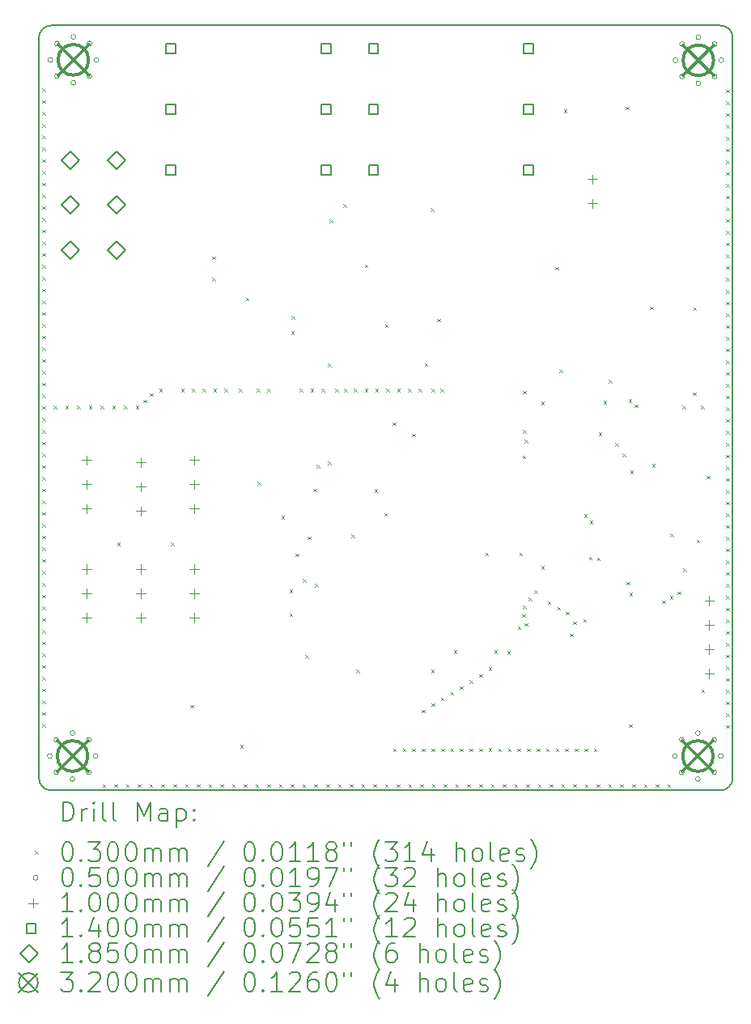
<source format=gbr>
%TF.GenerationSoftware,KiCad,Pcbnew,8.0.3*%
%TF.CreationDate,2025-02-06T23:25:19+07:00*%
%TF.ProjectId,Digital_Multi_Pedal_v1,44696769-7461-46c5-9f4d-756c74695f50,rev?*%
%TF.SameCoordinates,Original*%
%TF.FileFunction,Drillmap*%
%TF.FilePolarity,Positive*%
%FSLAX45Y45*%
G04 Gerber Fmt 4.5, Leading zero omitted, Abs format (unit mm)*
G04 Created by KiCad (PCBNEW 8.0.3) date 2025-02-06 23:25:19*
%MOMM*%
%LPD*%
G01*
G04 APERTURE LIST*
%ADD10C,0.200000*%
%ADD11C,0.100000*%
%ADD12C,0.140000*%
%ADD13C,0.185000*%
%ADD14C,0.320000*%
G04 APERTURE END LIST*
D10*
X10834420Y-14961400D02*
G75*
G02*
X10707420Y-14834400I0J127000D01*
G01*
X17838420Y-14961400D02*
X10834420Y-14961400D01*
X10707420Y-7088400D02*
G75*
G02*
X10834420Y-6961400I127000J0D01*
G01*
X17838420Y-6961400D02*
G75*
G02*
X17965420Y-7088400I0J-127000D01*
G01*
X10707420Y-14834400D02*
X10707420Y-7088400D01*
X17965420Y-14834400D02*
G75*
G02*
X17838420Y-14961400I-127000J0D01*
G01*
X10834420Y-6961400D02*
X17838420Y-6961400D01*
X17965420Y-7088400D02*
X17965420Y-14834400D01*
D11*
X10743460Y-7620540D02*
X10773460Y-7650540D01*
X10773460Y-7620540D02*
X10743460Y-7650540D01*
X10743460Y-7743636D02*
X10773460Y-7773636D01*
X10773460Y-7743636D02*
X10743460Y-7773636D01*
X10743460Y-7866732D02*
X10773460Y-7896732D01*
X10773460Y-7866732D02*
X10743460Y-7896732D01*
X10743460Y-7989828D02*
X10773460Y-8019828D01*
X10773460Y-7989828D02*
X10743460Y-8019828D01*
X10743460Y-8112924D02*
X10773460Y-8142924D01*
X10773460Y-8112924D02*
X10743460Y-8142924D01*
X10743460Y-8236019D02*
X10773460Y-8266019D01*
X10773460Y-8236019D02*
X10743460Y-8266019D01*
X10743460Y-8359115D02*
X10773460Y-8389115D01*
X10773460Y-8359115D02*
X10743460Y-8389115D01*
X10743460Y-8482211D02*
X10773460Y-8512211D01*
X10773460Y-8482211D02*
X10743460Y-8512211D01*
X10743460Y-8605307D02*
X10773460Y-8635307D01*
X10773460Y-8605307D02*
X10743460Y-8635307D01*
X10743460Y-8728403D02*
X10773460Y-8758403D01*
X10773460Y-8728403D02*
X10743460Y-8758403D01*
X10743460Y-8851499D02*
X10773460Y-8881499D01*
X10773460Y-8851499D02*
X10743460Y-8881499D01*
X10743460Y-8974595D02*
X10773460Y-9004595D01*
X10773460Y-8974595D02*
X10743460Y-9004595D01*
X10743460Y-9097691D02*
X10773460Y-9127691D01*
X10773460Y-9097691D02*
X10743460Y-9127691D01*
X10743460Y-9220787D02*
X10773460Y-9250787D01*
X10773460Y-9220787D02*
X10743460Y-9250787D01*
X10743460Y-9343883D02*
X10773460Y-9373883D01*
X10773460Y-9343883D02*
X10743460Y-9373883D01*
X10743460Y-9466979D02*
X10773460Y-9496979D01*
X10773460Y-9466979D02*
X10743460Y-9496979D01*
X10743460Y-9590074D02*
X10773460Y-9620074D01*
X10773460Y-9590074D02*
X10743460Y-9620074D01*
X10743460Y-9713170D02*
X10773460Y-9743170D01*
X10773460Y-9713170D02*
X10743460Y-9743170D01*
X10743460Y-9836266D02*
X10773460Y-9866266D01*
X10773460Y-9836266D02*
X10743460Y-9866266D01*
X10743460Y-9959362D02*
X10773460Y-9989362D01*
X10773460Y-9959362D02*
X10743460Y-9989362D01*
X10743460Y-10082458D02*
X10773460Y-10112458D01*
X10773460Y-10082458D02*
X10743460Y-10112458D01*
X10743460Y-10205554D02*
X10773460Y-10235554D01*
X10773460Y-10205554D02*
X10743460Y-10235554D01*
X10743460Y-10328650D02*
X10773460Y-10358650D01*
X10773460Y-10328650D02*
X10743460Y-10358650D01*
X10743460Y-10451746D02*
X10773460Y-10481746D01*
X10773460Y-10451746D02*
X10743460Y-10481746D01*
X10743460Y-10574842D02*
X10773460Y-10604842D01*
X10773460Y-10574842D02*
X10743460Y-10604842D01*
X10743460Y-10697938D02*
X10773460Y-10727938D01*
X10773460Y-10697938D02*
X10743460Y-10727938D01*
X10743460Y-10821033D02*
X10773460Y-10851033D01*
X10773460Y-10821033D02*
X10743460Y-10851033D01*
X10743460Y-10944129D02*
X10773460Y-10974129D01*
X10773460Y-10944129D02*
X10743460Y-10974129D01*
X10743460Y-11067225D02*
X10773460Y-11097225D01*
X10773460Y-11067225D02*
X10743460Y-11097225D01*
X10743460Y-11190321D02*
X10773460Y-11220321D01*
X10773460Y-11190321D02*
X10743460Y-11220321D01*
X10743460Y-11313417D02*
X10773460Y-11343417D01*
X10773460Y-11313417D02*
X10743460Y-11343417D01*
X10743460Y-11436513D02*
X10773460Y-11466513D01*
X10773460Y-11436513D02*
X10743460Y-11466513D01*
X10743460Y-11559609D02*
X10773460Y-11589609D01*
X10773460Y-11559609D02*
X10743460Y-11589609D01*
X10743460Y-11682705D02*
X10773460Y-11712705D01*
X10773460Y-11682705D02*
X10743460Y-11712705D01*
X10743460Y-11805801D02*
X10773460Y-11835801D01*
X10773460Y-11805801D02*
X10743460Y-11835801D01*
X10743460Y-11928896D02*
X10773460Y-11958896D01*
X10773460Y-11928896D02*
X10743460Y-11958896D01*
X10743460Y-12051992D02*
X10773460Y-12081992D01*
X10773460Y-12051992D02*
X10743460Y-12081992D01*
X10743460Y-12175088D02*
X10773460Y-12205088D01*
X10773460Y-12175088D02*
X10743460Y-12205088D01*
X10743460Y-12298184D02*
X10773460Y-12328184D01*
X10773460Y-12298184D02*
X10743460Y-12328184D01*
X10743460Y-12421280D02*
X10773460Y-12451280D01*
X10773460Y-12421280D02*
X10743460Y-12451280D01*
X10743460Y-12544376D02*
X10773460Y-12574376D01*
X10773460Y-12544376D02*
X10743460Y-12574376D01*
X10743460Y-12667472D02*
X10773460Y-12697472D01*
X10773460Y-12667472D02*
X10743460Y-12697472D01*
X10743460Y-12790568D02*
X10773460Y-12820568D01*
X10773460Y-12790568D02*
X10743460Y-12820568D01*
X10743460Y-12913664D02*
X10773460Y-12943664D01*
X10773460Y-12913664D02*
X10743460Y-12943664D01*
X10743460Y-13036760D02*
X10773460Y-13066760D01*
X10773460Y-13036760D02*
X10743460Y-13066760D01*
X10743460Y-13159855D02*
X10773460Y-13189855D01*
X10773460Y-13159855D02*
X10743460Y-13189855D01*
X10743460Y-13282951D02*
X10773460Y-13312951D01*
X10773460Y-13282951D02*
X10743460Y-13312951D01*
X10743460Y-13406047D02*
X10773460Y-13436047D01*
X10773460Y-13406047D02*
X10743460Y-13436047D01*
X10743460Y-13529143D02*
X10773460Y-13559143D01*
X10773460Y-13529143D02*
X10743460Y-13559143D01*
X10743460Y-13652239D02*
X10773460Y-13682239D01*
X10773460Y-13652239D02*
X10743460Y-13682239D01*
X10743460Y-13775335D02*
X10773460Y-13805335D01*
X10773460Y-13775335D02*
X10743460Y-13805335D01*
X10743460Y-13898431D02*
X10773460Y-13928431D01*
X10773460Y-13898431D02*
X10743460Y-13928431D01*
X10743460Y-14021527D02*
X10773460Y-14051527D01*
X10773460Y-14021527D02*
X10743460Y-14051527D01*
X10743460Y-14144623D02*
X10773460Y-14174623D01*
X10773460Y-14144623D02*
X10743460Y-14174623D01*
X10743460Y-14267720D02*
X10773460Y-14297720D01*
X10773460Y-14267720D02*
X10743460Y-14297720D01*
X10860300Y-10940320D02*
X10890300Y-10970320D01*
X10890300Y-10940320D02*
X10860300Y-10970320D01*
X10982946Y-10940320D02*
X11012946Y-10970320D01*
X11012946Y-10940320D02*
X10982946Y-10970320D01*
X11105591Y-10940320D02*
X11135591Y-10970320D01*
X11135591Y-10940320D02*
X11105591Y-10970320D01*
X11228237Y-10940320D02*
X11258237Y-10970320D01*
X11258237Y-10940320D02*
X11228237Y-10970320D01*
X11350883Y-10940320D02*
X11380883Y-10970320D01*
X11380883Y-10940320D02*
X11350883Y-10970320D01*
X11373380Y-14895100D02*
X11403380Y-14925100D01*
X11403380Y-14895100D02*
X11373380Y-14925100D01*
X11473528Y-10940320D02*
X11503528Y-10970320D01*
X11503528Y-10940320D02*
X11473528Y-10970320D01*
X11496476Y-14895100D02*
X11526476Y-14925100D01*
X11526476Y-14895100D02*
X11496476Y-14925100D01*
X11525780Y-12367800D02*
X11555780Y-12397800D01*
X11555780Y-12367800D02*
X11525780Y-12397800D01*
X11596174Y-10940320D02*
X11626174Y-10970320D01*
X11626174Y-10940320D02*
X11596174Y-10970320D01*
X11619572Y-14895100D02*
X11649572Y-14925100D01*
X11649572Y-14895100D02*
X11619572Y-14925100D01*
X11718820Y-10940320D02*
X11748820Y-10970320D01*
X11748820Y-10940320D02*
X11718820Y-10970320D01*
X11742668Y-14895100D02*
X11772668Y-14925100D01*
X11772668Y-14895100D02*
X11742668Y-14925100D01*
X11800100Y-10876820D02*
X11830100Y-10906820D01*
X11830100Y-10876820D02*
X11800100Y-10906820D01*
X11865764Y-14895100D02*
X11895764Y-14925100D01*
X11895764Y-14895100D02*
X11865764Y-14925100D01*
X11868680Y-10808240D02*
X11898680Y-10838240D01*
X11898680Y-10808240D02*
X11868680Y-10838240D01*
X11967270Y-10762520D02*
X11997270Y-10792520D01*
X11997270Y-10762520D02*
X11967270Y-10792520D01*
X11988859Y-14895100D02*
X12018859Y-14925100D01*
X12018859Y-14895100D02*
X11988859Y-14925100D01*
X12087120Y-12370340D02*
X12117120Y-12400340D01*
X12117120Y-12370340D02*
X12087120Y-12400340D01*
X12111955Y-14895100D02*
X12141955Y-14925100D01*
X12141955Y-14895100D02*
X12111955Y-14925100D01*
X12193366Y-10762520D02*
X12223366Y-10792520D01*
X12223366Y-10762520D02*
X12193366Y-10792520D01*
X12235051Y-14895100D02*
X12265051Y-14925100D01*
X12265051Y-14895100D02*
X12235051Y-14925100D01*
X12290320Y-14068380D02*
X12320320Y-14098380D01*
X12320320Y-14068380D02*
X12290320Y-14098380D01*
X12306414Y-10762520D02*
X12336414Y-10792520D01*
X12336414Y-10762520D02*
X12306414Y-10792520D01*
X12358147Y-14895100D02*
X12388147Y-14925100D01*
X12388147Y-14895100D02*
X12358147Y-14925100D01*
X12419462Y-10762520D02*
X12449462Y-10792520D01*
X12449462Y-10762520D02*
X12419462Y-10792520D01*
X12481243Y-14895100D02*
X12511243Y-14925100D01*
X12511243Y-14895100D02*
X12481243Y-14925100D01*
X12518920Y-9375680D02*
X12548920Y-9405680D01*
X12548920Y-9375680D02*
X12518920Y-9405680D01*
X12518920Y-9601740D02*
X12548920Y-9631740D01*
X12548920Y-9601740D02*
X12518920Y-9631740D01*
X12532510Y-10762520D02*
X12562510Y-10792520D01*
X12562510Y-10762520D02*
X12532510Y-10792520D01*
X12604339Y-14895100D02*
X12634339Y-14925100D01*
X12634339Y-14895100D02*
X12604339Y-14925100D01*
X12645558Y-10762520D02*
X12675558Y-10792520D01*
X12675558Y-10762520D02*
X12645558Y-10792520D01*
X12727435Y-14895100D02*
X12757435Y-14925100D01*
X12757435Y-14895100D02*
X12727435Y-14925100D01*
X12800860Y-10762520D02*
X12830860Y-10792520D01*
X12830860Y-10762520D02*
X12800860Y-10792520D01*
X12813420Y-14483760D02*
X12843420Y-14513760D01*
X12843420Y-14483760D02*
X12813420Y-14513760D01*
X12850531Y-14895100D02*
X12880531Y-14925100D01*
X12880531Y-14895100D02*
X12850531Y-14925100D01*
X12871420Y-9806560D02*
X12901420Y-9836560D01*
X12901420Y-9806560D02*
X12871420Y-9836560D01*
X12973627Y-14895100D02*
X13003627Y-14925100D01*
X13003627Y-14895100D02*
X12973627Y-14925100D01*
X12984702Y-10762520D02*
X13014702Y-10792520D01*
X13014702Y-10762520D02*
X12984702Y-10792520D01*
X12995420Y-11734400D02*
X13025420Y-11764400D01*
X13025420Y-11734400D02*
X12995420Y-11764400D01*
X13096723Y-14895100D02*
X13126723Y-14925100D01*
X13126723Y-14895100D02*
X13096723Y-14925100D01*
X13097750Y-10762520D02*
X13127750Y-10792520D01*
X13127750Y-10762520D02*
X13097750Y-10792520D01*
X13219818Y-14895100D02*
X13249818Y-14925100D01*
X13249818Y-14895100D02*
X13219818Y-14925100D01*
X13242420Y-12091400D02*
X13272420Y-12121400D01*
X13272420Y-12091400D02*
X13242420Y-12121400D01*
X13327420Y-12860400D02*
X13357420Y-12890400D01*
X13357420Y-12860400D02*
X13327420Y-12890400D01*
X13327420Y-13108400D02*
X13357420Y-13138400D01*
X13357420Y-13108400D02*
X13327420Y-13138400D01*
X13342914Y-14895100D02*
X13372914Y-14925100D01*
X13372914Y-14895100D02*
X13342914Y-14925100D01*
X13344420Y-10160540D02*
X13374420Y-10190540D01*
X13374420Y-10160540D02*
X13344420Y-10190540D01*
X13352040Y-10000740D02*
X13382040Y-10030740D01*
X13382040Y-10000740D02*
X13352040Y-10030740D01*
X13393260Y-12483215D02*
X13423260Y-12513215D01*
X13423260Y-12483215D02*
X13393260Y-12513215D01*
X13436894Y-10762520D02*
X13466894Y-10792520D01*
X13466894Y-10762520D02*
X13436894Y-10792520D01*
X13466010Y-14895100D02*
X13496010Y-14925100D01*
X13496010Y-14895100D02*
X13466010Y-14925100D01*
X13470420Y-12752400D02*
X13500420Y-12782400D01*
X13500420Y-12752400D02*
X13470420Y-12782400D01*
X13493900Y-13546740D02*
X13523900Y-13576740D01*
X13523900Y-13546740D02*
X13493900Y-13576740D01*
X13517420Y-12304400D02*
X13547420Y-12334400D01*
X13547420Y-12304400D02*
X13517420Y-12334400D01*
X13549942Y-10762520D02*
X13579942Y-10792520D01*
X13579942Y-10762520D02*
X13549942Y-10792520D01*
X13580640Y-11806460D02*
X13610640Y-11836460D01*
X13610640Y-11806460D02*
X13580640Y-11836460D01*
X13589106Y-14895100D02*
X13619106Y-14925100D01*
X13619106Y-14895100D02*
X13589106Y-14925100D01*
X13597680Y-12801400D02*
X13627680Y-12831400D01*
X13627680Y-12801400D02*
X13597680Y-12831400D01*
X13613660Y-11555000D02*
X13643660Y-11585000D01*
X13643660Y-11555000D02*
X13613660Y-11585000D01*
X13662990Y-10762520D02*
X13692990Y-10792520D01*
X13692990Y-10762520D02*
X13662990Y-10792520D01*
X13712202Y-14895100D02*
X13742202Y-14925100D01*
X13742202Y-14895100D02*
X13712202Y-14925100D01*
X13730420Y-10500400D02*
X13760420Y-10530400D01*
X13760420Y-10500400D02*
X13730420Y-10530400D01*
X13730420Y-11524400D02*
X13760420Y-11554400D01*
X13760420Y-11524400D02*
X13730420Y-11554400D01*
X13748280Y-8989600D02*
X13778280Y-9019600D01*
X13778280Y-8989600D02*
X13748280Y-9019600D01*
X13805140Y-10762520D02*
X13835140Y-10792520D01*
X13835140Y-10762520D02*
X13805140Y-10792520D01*
X13835298Y-14895100D02*
X13865298Y-14925100D01*
X13865298Y-14895100D02*
X13835298Y-14925100D01*
X13893420Y-8830400D02*
X13923420Y-8860400D01*
X13923420Y-8830400D02*
X13893420Y-8860400D01*
X13901660Y-10759680D02*
X13931660Y-10789680D01*
X13931660Y-10759680D02*
X13901660Y-10789680D01*
X13958394Y-14895100D02*
X13988394Y-14925100D01*
X13988394Y-14895100D02*
X13958394Y-14925100D01*
X13974340Y-12286520D02*
X14004340Y-12316520D01*
X14004340Y-12286520D02*
X13974340Y-12316520D01*
X14002134Y-10762520D02*
X14032134Y-10792520D01*
X14032134Y-10762520D02*
X14002134Y-10792520D01*
X14027680Y-13698760D02*
X14057680Y-13728760D01*
X14057680Y-13698760D02*
X14027680Y-13728760D01*
X14081490Y-14895100D02*
X14111490Y-14925100D01*
X14111490Y-14895100D02*
X14081490Y-14925100D01*
X14115182Y-10762520D02*
X14145182Y-10792520D01*
X14145182Y-10762520D02*
X14115182Y-10792520D01*
X14117460Y-9460360D02*
X14147460Y-9490360D01*
X14147460Y-9460360D02*
X14117460Y-9490360D01*
X14204586Y-14895100D02*
X14234586Y-14925100D01*
X14234586Y-14895100D02*
X14204586Y-14925100D01*
X14216420Y-11808400D02*
X14246420Y-11838400D01*
X14246420Y-11808400D02*
X14216420Y-11838400D01*
X14228230Y-10762520D02*
X14258230Y-10792520D01*
X14258230Y-10762520D02*
X14228230Y-10792520D01*
X14321420Y-12059400D02*
X14351420Y-12089400D01*
X14351420Y-12059400D02*
X14321420Y-12089400D01*
X14326420Y-10087400D02*
X14356420Y-10117400D01*
X14356420Y-10087400D02*
X14326420Y-10117400D01*
X14327682Y-14895100D02*
X14357682Y-14925100D01*
X14357682Y-14895100D02*
X14327682Y-14925100D01*
X14341278Y-10762520D02*
X14371278Y-10792520D01*
X14371278Y-10762520D02*
X14341278Y-10792520D01*
X14408420Y-11112400D02*
X14438420Y-11142400D01*
X14438420Y-11112400D02*
X14408420Y-11142400D01*
X14413420Y-14523400D02*
X14443420Y-14553400D01*
X14443420Y-14523400D02*
X14413420Y-14553400D01*
X14450777Y-14895100D02*
X14480777Y-14925100D01*
X14480777Y-14895100D02*
X14450777Y-14925100D01*
X14454326Y-10762520D02*
X14484326Y-10792520D01*
X14484326Y-10762520D02*
X14454326Y-10792520D01*
X14513420Y-14523400D02*
X14543420Y-14553400D01*
X14543420Y-14523400D02*
X14513420Y-14553400D01*
X14567374Y-10762520D02*
X14597374Y-10792520D01*
X14597374Y-10762520D02*
X14567374Y-10792520D01*
X14573873Y-14895100D02*
X14603873Y-14925100D01*
X14603873Y-14895100D02*
X14573873Y-14925100D01*
X14611880Y-11229880D02*
X14641880Y-11259880D01*
X14641880Y-11229880D02*
X14611880Y-11259880D01*
X14613420Y-14523400D02*
X14643420Y-14553400D01*
X14643420Y-14523400D02*
X14613420Y-14553400D01*
X14680422Y-10762520D02*
X14710422Y-10792520D01*
X14710422Y-10762520D02*
X14680422Y-10792520D01*
X14696969Y-14895100D02*
X14726969Y-14925100D01*
X14726969Y-14895100D02*
X14696969Y-14925100D01*
X14713420Y-14116400D02*
X14743420Y-14146400D01*
X14743420Y-14116400D02*
X14713420Y-14146400D01*
X14713420Y-14523400D02*
X14743420Y-14553400D01*
X14743420Y-14523400D02*
X14713420Y-14553400D01*
X14744420Y-10495400D02*
X14774420Y-10525400D01*
X14774420Y-10495400D02*
X14744420Y-10525400D01*
X14804920Y-8872760D02*
X14834920Y-8902760D01*
X14834920Y-8872760D02*
X14804920Y-8902760D01*
X14810000Y-13698760D02*
X14840000Y-13728760D01*
X14840000Y-13698760D02*
X14810000Y-13728760D01*
X14813420Y-14049240D02*
X14843420Y-14079240D01*
X14843420Y-14049240D02*
X14813420Y-14079240D01*
X14813420Y-14523400D02*
X14843420Y-14553400D01*
X14843420Y-14523400D02*
X14813420Y-14553400D01*
X14816060Y-10759680D02*
X14846060Y-10789680D01*
X14846060Y-10759680D02*
X14816060Y-10789680D01*
X14820065Y-14895100D02*
X14850065Y-14925100D01*
X14850065Y-14895100D02*
X14820065Y-14925100D01*
X14873302Y-10028263D02*
X14903302Y-10058263D01*
X14903302Y-10028263D02*
X14873302Y-10058263D01*
X14906520Y-10762520D02*
X14936520Y-10792520D01*
X14936520Y-10762520D02*
X14906520Y-10792520D01*
X14913420Y-13991240D02*
X14943420Y-14021240D01*
X14943420Y-13991240D02*
X14913420Y-14021240D01*
X14914420Y-14523400D02*
X14944420Y-14553400D01*
X14944420Y-14523400D02*
X14914420Y-14553400D01*
X14943161Y-14895100D02*
X14973161Y-14925100D01*
X14973161Y-14895100D02*
X14943161Y-14925100D01*
X15013420Y-13931240D02*
X15043420Y-13961240D01*
X15043420Y-13931240D02*
X15013420Y-13961240D01*
X15013420Y-14523400D02*
X15043420Y-14553400D01*
X15043420Y-14523400D02*
X15013420Y-14553400D01*
X15047380Y-13494400D02*
X15077380Y-13524400D01*
X15077380Y-13494400D02*
X15047380Y-13524400D01*
X15066257Y-14895100D02*
X15096257Y-14925100D01*
X15096257Y-14895100D02*
X15066257Y-14925100D01*
X15113420Y-13871400D02*
X15143420Y-13901400D01*
X15143420Y-13871400D02*
X15113420Y-13901400D01*
X15113420Y-14523400D02*
X15143420Y-14553400D01*
X15143420Y-14523400D02*
X15113420Y-14553400D01*
X15189353Y-14895100D02*
X15219353Y-14925100D01*
X15219353Y-14895100D02*
X15189353Y-14925100D01*
X15213420Y-13809240D02*
X15243420Y-13839240D01*
X15243420Y-13809240D02*
X15213420Y-13839240D01*
X15213420Y-14523400D02*
X15243420Y-14553400D01*
X15243420Y-14523400D02*
X15213420Y-14553400D01*
X15312449Y-14895100D02*
X15342449Y-14925100D01*
X15342449Y-14895100D02*
X15312449Y-14925100D01*
X15313420Y-13743400D02*
X15343420Y-13773400D01*
X15343420Y-13743400D02*
X15313420Y-13773400D01*
X15314420Y-14523400D02*
X15344420Y-14553400D01*
X15344420Y-14523400D02*
X15314420Y-14553400D01*
X15376420Y-12474480D02*
X15406420Y-12504480D01*
X15406420Y-12474480D02*
X15376420Y-12504480D01*
X15413420Y-13673400D02*
X15443420Y-13703400D01*
X15443420Y-13673400D02*
X15413420Y-13703400D01*
X15413420Y-14521400D02*
X15443420Y-14551400D01*
X15443420Y-14521400D02*
X15413420Y-14551400D01*
X15435545Y-14895100D02*
X15465545Y-14925100D01*
X15465545Y-14895100D02*
X15435545Y-14925100D01*
X15470400Y-13494400D02*
X15500400Y-13524400D01*
X15500400Y-13494400D02*
X15470400Y-13524400D01*
X15513420Y-14523400D02*
X15543420Y-14553400D01*
X15543420Y-14523400D02*
X15513420Y-14553400D01*
X15558641Y-14895100D02*
X15588641Y-14925100D01*
X15588641Y-14895100D02*
X15558641Y-14925100D01*
X15607560Y-13505720D02*
X15637560Y-13535720D01*
X15637560Y-13505720D02*
X15607560Y-13535720D01*
X15614420Y-14523400D02*
X15644420Y-14553400D01*
X15644420Y-14523400D02*
X15614420Y-14553400D01*
X15681736Y-14895100D02*
X15711736Y-14925100D01*
X15711736Y-14895100D02*
X15681736Y-14925100D01*
X15713420Y-14523400D02*
X15743420Y-14553400D01*
X15743420Y-14523400D02*
X15713420Y-14553400D01*
X15716420Y-13244400D02*
X15746420Y-13274400D01*
X15746420Y-13244400D02*
X15716420Y-13274400D01*
X15734560Y-12474480D02*
X15764560Y-12504480D01*
X15764560Y-12474480D02*
X15734560Y-12504480D01*
X15761420Y-13117400D02*
X15791420Y-13147400D01*
X15791420Y-13117400D02*
X15761420Y-13147400D01*
X15767580Y-11461020D02*
X15797580Y-11491020D01*
X15797580Y-11461020D02*
X15767580Y-11491020D01*
X15771420Y-13028400D02*
X15801420Y-13058400D01*
X15801420Y-13028400D02*
X15771420Y-13058400D01*
X15772660Y-10780300D02*
X15802660Y-10810300D01*
X15802660Y-10780300D02*
X15772660Y-10810300D01*
X15772660Y-11191780D02*
X15802660Y-11221780D01*
X15802660Y-11191780D02*
X15772660Y-11221780D01*
X15789170Y-11292110D02*
X15819170Y-11322110D01*
X15819170Y-11292110D02*
X15789170Y-11322110D01*
X15789420Y-13211400D02*
X15819420Y-13241400D01*
X15819420Y-13211400D02*
X15789420Y-13241400D01*
X15804832Y-14895100D02*
X15834832Y-14925100D01*
X15834832Y-14895100D02*
X15804832Y-14925100D01*
X15813420Y-14523400D02*
X15843420Y-14553400D01*
X15843420Y-14523400D02*
X15813420Y-14553400D01*
X15831420Y-12943400D02*
X15861420Y-12973400D01*
X15861420Y-12943400D02*
X15831420Y-12973400D01*
X15891420Y-12867400D02*
X15921420Y-12897400D01*
X15921420Y-12867400D02*
X15891420Y-12897400D01*
X15913420Y-14523400D02*
X15943420Y-14553400D01*
X15943420Y-14523400D02*
X15913420Y-14553400D01*
X15927928Y-14895100D02*
X15957928Y-14925100D01*
X15957928Y-14895100D02*
X15927928Y-14925100D01*
X15961420Y-12616400D02*
X15991420Y-12646400D01*
X15991420Y-12616400D02*
X15961420Y-12646400D01*
X15963580Y-10898400D02*
X15993580Y-10928400D01*
X15993580Y-10898400D02*
X15963580Y-10928400D01*
X16013420Y-14523400D02*
X16043420Y-14553400D01*
X16043420Y-14523400D02*
X16013420Y-14553400D01*
X16030420Y-12981400D02*
X16060420Y-13011400D01*
X16060420Y-12981400D02*
X16030420Y-13011400D01*
X16051024Y-14895100D02*
X16081024Y-14925100D01*
X16081024Y-14895100D02*
X16051024Y-14925100D01*
X16110420Y-9486400D02*
X16140420Y-9516400D01*
X16140420Y-9486400D02*
X16110420Y-9516400D01*
X16113420Y-14524400D02*
X16143420Y-14554400D01*
X16143420Y-14524400D02*
X16113420Y-14554400D01*
X16132420Y-13041560D02*
X16162420Y-13071560D01*
X16162420Y-13041560D02*
X16132420Y-13071560D01*
X16150420Y-10559400D02*
X16180420Y-10589400D01*
X16180420Y-10559400D02*
X16150420Y-10589400D01*
X16174120Y-14895100D02*
X16204120Y-14925100D01*
X16204120Y-14895100D02*
X16174120Y-14925100D01*
X16199380Y-7838980D02*
X16229380Y-7868980D01*
X16229380Y-7838980D02*
X16199380Y-7868980D01*
X16213420Y-14523400D02*
X16243420Y-14553400D01*
X16243420Y-14523400D02*
X16213420Y-14553400D01*
X16221420Y-13091560D02*
X16251420Y-13121560D01*
X16251420Y-13091560D02*
X16221420Y-13121560D01*
X16263120Y-13320700D02*
X16293120Y-13350700D01*
X16293120Y-13320700D02*
X16263120Y-13350700D01*
X16296920Y-13194900D02*
X16326920Y-13224900D01*
X16326920Y-13194900D02*
X16296920Y-13224900D01*
X16297216Y-14895100D02*
X16327216Y-14925100D01*
X16327216Y-14895100D02*
X16297216Y-14925100D01*
X16313420Y-14523400D02*
X16343420Y-14553400D01*
X16343420Y-14523400D02*
X16313420Y-14553400D01*
X16403260Y-13169400D02*
X16433260Y-13199400D01*
X16433260Y-13169400D02*
X16403260Y-13199400D01*
X16412420Y-12073400D02*
X16442420Y-12103400D01*
X16442420Y-12073400D02*
X16412420Y-12103400D01*
X16414420Y-14523400D02*
X16444420Y-14553400D01*
X16444420Y-14523400D02*
X16414420Y-14553400D01*
X16420312Y-14895100D02*
X16450312Y-14925100D01*
X16450312Y-14895100D02*
X16420312Y-14925100D01*
X16463420Y-12518400D02*
X16493420Y-12548400D01*
X16493420Y-12518400D02*
X16463420Y-12548400D01*
X16471420Y-12139400D02*
X16501420Y-12169400D01*
X16501420Y-12139400D02*
X16471420Y-12169400D01*
X16512420Y-14522400D02*
X16542420Y-14552400D01*
X16542420Y-14522400D02*
X16512420Y-14552400D01*
X16543408Y-14895100D02*
X16573408Y-14925100D01*
X16573408Y-14895100D02*
X16543408Y-14925100D01*
X16547420Y-12526400D02*
X16577420Y-12556400D01*
X16577420Y-12526400D02*
X16547420Y-12556400D01*
X16561420Y-11219400D02*
X16591420Y-11249400D01*
X16591420Y-11219400D02*
X16561420Y-11249400D01*
X16615820Y-10889400D02*
X16645820Y-10919400D01*
X16645820Y-10889400D02*
X16615820Y-10919400D01*
X16666504Y-14895100D02*
X16696504Y-14925100D01*
X16696504Y-14895100D02*
X16666504Y-14925100D01*
X16667420Y-10669400D02*
X16697420Y-10699400D01*
X16697420Y-10669400D02*
X16667420Y-10699400D01*
X16735420Y-11329400D02*
X16765420Y-11359400D01*
X16765420Y-11329400D02*
X16735420Y-11359400D01*
X16789600Y-14895100D02*
X16819600Y-14925100D01*
X16819600Y-14895100D02*
X16789600Y-14925100D01*
X16813420Y-11439400D02*
X16843420Y-11469400D01*
X16843420Y-11439400D02*
X16813420Y-11469400D01*
X16844540Y-7811040D02*
X16874540Y-7841040D01*
X16874540Y-7811040D02*
X16844540Y-7841040D01*
X16855920Y-12781900D02*
X16885920Y-12811900D01*
X16885920Y-12781900D02*
X16855920Y-12811900D01*
X16876000Y-10868900D02*
X16906000Y-10898900D01*
X16906000Y-10868900D02*
X16876000Y-10898900D01*
X16882640Y-14269400D02*
X16912640Y-14299400D01*
X16912640Y-14269400D02*
X16882640Y-14299400D01*
X16885180Y-12896120D02*
X16915180Y-12926120D01*
X16915180Y-12896120D02*
X16885180Y-12926120D01*
X16892420Y-11617400D02*
X16922420Y-11647400D01*
X16922420Y-11617400D02*
X16892420Y-11647400D01*
X16912696Y-14895100D02*
X16942696Y-14925100D01*
X16942696Y-14895100D02*
X16912696Y-14925100D01*
X16939500Y-10924263D02*
X16969500Y-10954263D01*
X16969500Y-10924263D02*
X16939500Y-10954263D01*
X17035791Y-14895100D02*
X17065791Y-14925100D01*
X17065791Y-14895100D02*
X17035791Y-14925100D01*
X17101080Y-9901460D02*
X17131080Y-9931460D01*
X17131080Y-9901460D02*
X17101080Y-9931460D01*
X17121400Y-11549120D02*
X17151400Y-11579120D01*
X17151400Y-11549120D02*
X17121400Y-11579120D01*
X17158887Y-14895100D02*
X17188887Y-14925100D01*
X17188887Y-14895100D02*
X17158887Y-14925100D01*
X17226420Y-12973400D02*
X17256420Y-13003400D01*
X17256420Y-12973400D02*
X17226420Y-13003400D01*
X17281985Y-14895100D02*
X17311985Y-14925100D01*
X17311985Y-14895100D02*
X17281985Y-14925100D01*
X17309920Y-12925900D02*
X17339920Y-12955900D01*
X17339920Y-12925900D02*
X17309920Y-12955900D01*
X17312260Y-12274819D02*
X17342260Y-12304819D01*
X17342260Y-12274819D02*
X17312260Y-12304819D01*
X17388260Y-12881400D02*
X17418260Y-12911400D01*
X17418260Y-12881400D02*
X17388260Y-12911400D01*
X17441440Y-10940320D02*
X17471440Y-10970320D01*
X17471440Y-10940320D02*
X17441440Y-10970320D01*
X17448420Y-12641400D02*
X17478420Y-12671400D01*
X17478420Y-12641400D02*
X17448420Y-12671400D01*
X17549420Y-10799560D02*
X17579420Y-10829560D01*
X17579420Y-10799560D02*
X17549420Y-10829560D01*
X17553200Y-9909080D02*
X17583200Y-9939080D01*
X17583200Y-9909080D02*
X17553200Y-9939080D01*
X17587320Y-12341300D02*
X17617320Y-12371300D01*
X17617320Y-12341300D02*
X17587320Y-12371300D01*
X17634480Y-10940320D02*
X17664480Y-10970320D01*
X17664480Y-10940320D02*
X17634480Y-10970320D01*
X17637020Y-13904500D02*
X17667020Y-13934500D01*
X17667020Y-13904500D02*
X17637020Y-13934500D01*
X17694420Y-11671400D02*
X17724420Y-11701400D01*
X17724420Y-11671400D02*
X17694420Y-11701400D01*
X17898640Y-7633240D02*
X17928640Y-7663240D01*
X17928640Y-7633240D02*
X17898640Y-7663240D01*
X17898640Y-7756336D02*
X17928640Y-7786336D01*
X17928640Y-7756336D02*
X17898640Y-7786336D01*
X17898640Y-7879432D02*
X17928640Y-7909432D01*
X17928640Y-7879432D02*
X17898640Y-7909432D01*
X17898640Y-8002528D02*
X17928640Y-8032528D01*
X17928640Y-8002528D02*
X17898640Y-8032528D01*
X17898640Y-8125624D02*
X17928640Y-8155624D01*
X17928640Y-8125624D02*
X17898640Y-8155624D01*
X17898640Y-8248719D02*
X17928640Y-8278719D01*
X17928640Y-8248719D02*
X17898640Y-8278719D01*
X17898640Y-8371815D02*
X17928640Y-8401815D01*
X17928640Y-8371815D02*
X17898640Y-8401815D01*
X17898640Y-8494911D02*
X17928640Y-8524911D01*
X17928640Y-8494911D02*
X17898640Y-8524911D01*
X17898640Y-8618007D02*
X17928640Y-8648007D01*
X17928640Y-8618007D02*
X17898640Y-8648007D01*
X17898640Y-8741103D02*
X17928640Y-8771103D01*
X17928640Y-8741103D02*
X17898640Y-8771103D01*
X17898640Y-8864199D02*
X17928640Y-8894199D01*
X17928640Y-8864199D02*
X17898640Y-8894199D01*
X17898640Y-8987295D02*
X17928640Y-9017295D01*
X17928640Y-8987295D02*
X17898640Y-9017295D01*
X17898640Y-9110391D02*
X17928640Y-9140391D01*
X17928640Y-9110391D02*
X17898640Y-9140391D01*
X17898640Y-9233487D02*
X17928640Y-9263487D01*
X17928640Y-9233487D02*
X17898640Y-9263487D01*
X17898640Y-9356583D02*
X17928640Y-9386583D01*
X17928640Y-9356583D02*
X17898640Y-9386583D01*
X17898640Y-9479679D02*
X17928640Y-9509679D01*
X17928640Y-9479679D02*
X17898640Y-9509679D01*
X17898640Y-9602774D02*
X17928640Y-9632774D01*
X17928640Y-9602774D02*
X17898640Y-9632774D01*
X17898640Y-9725870D02*
X17928640Y-9755870D01*
X17928640Y-9725870D02*
X17898640Y-9755870D01*
X17898640Y-9848966D02*
X17928640Y-9878966D01*
X17928640Y-9848966D02*
X17898640Y-9878966D01*
X17898640Y-9972062D02*
X17928640Y-10002062D01*
X17928640Y-9972062D02*
X17898640Y-10002062D01*
X17898640Y-10095158D02*
X17928640Y-10125158D01*
X17928640Y-10095158D02*
X17898640Y-10125158D01*
X17898640Y-10218254D02*
X17928640Y-10248254D01*
X17928640Y-10218254D02*
X17898640Y-10248254D01*
X17898640Y-10341350D02*
X17928640Y-10371350D01*
X17928640Y-10341350D02*
X17898640Y-10371350D01*
X17898640Y-10464446D02*
X17928640Y-10494446D01*
X17928640Y-10464446D02*
X17898640Y-10494446D01*
X17898640Y-10587542D02*
X17928640Y-10617542D01*
X17928640Y-10587542D02*
X17898640Y-10617542D01*
X17898640Y-10710638D02*
X17928640Y-10740638D01*
X17928640Y-10710638D02*
X17898640Y-10740638D01*
X17898640Y-10833733D02*
X17928640Y-10863733D01*
X17928640Y-10833733D02*
X17898640Y-10863733D01*
X17898640Y-10956829D02*
X17928640Y-10986829D01*
X17928640Y-10956829D02*
X17898640Y-10986829D01*
X17898640Y-11079925D02*
X17928640Y-11109925D01*
X17928640Y-11079925D02*
X17898640Y-11109925D01*
X17898640Y-11203021D02*
X17928640Y-11233021D01*
X17928640Y-11203021D02*
X17898640Y-11233021D01*
X17898640Y-11326117D02*
X17928640Y-11356117D01*
X17928640Y-11326117D02*
X17898640Y-11356117D01*
X17898640Y-11449213D02*
X17928640Y-11479213D01*
X17928640Y-11449213D02*
X17898640Y-11479213D01*
X17898640Y-11572309D02*
X17928640Y-11602309D01*
X17928640Y-11572309D02*
X17898640Y-11602309D01*
X17898640Y-11695405D02*
X17928640Y-11725405D01*
X17928640Y-11695405D02*
X17898640Y-11725405D01*
X17898640Y-11818501D02*
X17928640Y-11848501D01*
X17928640Y-11818501D02*
X17898640Y-11848501D01*
X17898640Y-11941596D02*
X17928640Y-11971596D01*
X17928640Y-11941596D02*
X17898640Y-11971596D01*
X17898640Y-12064692D02*
X17928640Y-12094692D01*
X17928640Y-12064692D02*
X17898640Y-12094692D01*
X17898640Y-12187788D02*
X17928640Y-12217788D01*
X17928640Y-12187788D02*
X17898640Y-12217788D01*
X17898640Y-12310884D02*
X17928640Y-12340884D01*
X17928640Y-12310884D02*
X17898640Y-12340884D01*
X17898640Y-12433980D02*
X17928640Y-12463980D01*
X17928640Y-12433980D02*
X17898640Y-12463980D01*
X17898640Y-12557076D02*
X17928640Y-12587076D01*
X17928640Y-12557076D02*
X17898640Y-12587076D01*
X17898640Y-12680172D02*
X17928640Y-12710172D01*
X17928640Y-12680172D02*
X17898640Y-12710172D01*
X17898640Y-12803268D02*
X17928640Y-12833268D01*
X17928640Y-12803268D02*
X17898640Y-12833268D01*
X17898640Y-12926364D02*
X17928640Y-12956364D01*
X17928640Y-12926364D02*
X17898640Y-12956364D01*
X17898640Y-13049460D02*
X17928640Y-13079460D01*
X17928640Y-13049460D02*
X17898640Y-13079460D01*
X17898640Y-13172555D02*
X17928640Y-13202555D01*
X17928640Y-13172555D02*
X17898640Y-13202555D01*
X17898640Y-13295651D02*
X17928640Y-13325651D01*
X17928640Y-13295651D02*
X17898640Y-13325651D01*
X17898640Y-13418747D02*
X17928640Y-13448747D01*
X17928640Y-13418747D02*
X17898640Y-13448747D01*
X17898640Y-13541843D02*
X17928640Y-13571843D01*
X17928640Y-13541843D02*
X17898640Y-13571843D01*
X17898640Y-13664939D02*
X17928640Y-13694939D01*
X17928640Y-13664939D02*
X17898640Y-13694939D01*
X17898640Y-13788035D02*
X17928640Y-13818035D01*
X17928640Y-13788035D02*
X17898640Y-13818035D01*
X17898640Y-13911131D02*
X17928640Y-13941131D01*
X17928640Y-13911131D02*
X17898640Y-13941131D01*
X17898640Y-14034227D02*
X17928640Y-14064227D01*
X17928640Y-14034227D02*
X17898640Y-14064227D01*
X17898640Y-14157323D02*
X17928640Y-14187323D01*
X17928640Y-14157323D02*
X17898640Y-14187323D01*
X17898640Y-14280420D02*
X17928640Y-14310420D01*
X17928640Y-14280420D02*
X17898640Y-14310420D01*
X10844420Y-14602400D02*
G75*
G02*
X10794420Y-14602400I-25000J0D01*
G01*
X10794420Y-14602400D02*
G75*
G02*
X10844420Y-14602400I25000J0D01*
G01*
X10852420Y-7320400D02*
G75*
G02*
X10802420Y-7320400I-25000J0D01*
G01*
X10802420Y-7320400D02*
G75*
G02*
X10852420Y-7320400I25000J0D01*
G01*
X10914714Y-14432694D02*
G75*
G02*
X10864714Y-14432694I-25000J0D01*
G01*
X10864714Y-14432694D02*
G75*
G02*
X10914714Y-14432694I25000J0D01*
G01*
X10914714Y-14772106D02*
G75*
G02*
X10864714Y-14772106I-25000J0D01*
G01*
X10864714Y-14772106D02*
G75*
G02*
X10914714Y-14772106I25000J0D01*
G01*
X10922714Y-7150694D02*
G75*
G02*
X10872714Y-7150694I-25000J0D01*
G01*
X10872714Y-7150694D02*
G75*
G02*
X10922714Y-7150694I25000J0D01*
G01*
X10922714Y-7490106D02*
G75*
G02*
X10872714Y-7490106I-25000J0D01*
G01*
X10872714Y-7490106D02*
G75*
G02*
X10922714Y-7490106I25000J0D01*
G01*
X11084420Y-14362400D02*
G75*
G02*
X11034420Y-14362400I-25000J0D01*
G01*
X11034420Y-14362400D02*
G75*
G02*
X11084420Y-14362400I25000J0D01*
G01*
X11084420Y-14842400D02*
G75*
G02*
X11034420Y-14842400I-25000J0D01*
G01*
X11034420Y-14842400D02*
G75*
G02*
X11084420Y-14842400I25000J0D01*
G01*
X11092420Y-7080400D02*
G75*
G02*
X11042420Y-7080400I-25000J0D01*
G01*
X11042420Y-7080400D02*
G75*
G02*
X11092420Y-7080400I25000J0D01*
G01*
X11092420Y-7560400D02*
G75*
G02*
X11042420Y-7560400I-25000J0D01*
G01*
X11042420Y-7560400D02*
G75*
G02*
X11092420Y-7560400I25000J0D01*
G01*
X11254126Y-14432694D02*
G75*
G02*
X11204126Y-14432694I-25000J0D01*
G01*
X11204126Y-14432694D02*
G75*
G02*
X11254126Y-14432694I25000J0D01*
G01*
X11254126Y-14772106D02*
G75*
G02*
X11204126Y-14772106I-25000J0D01*
G01*
X11204126Y-14772106D02*
G75*
G02*
X11254126Y-14772106I25000J0D01*
G01*
X11262126Y-7150694D02*
G75*
G02*
X11212126Y-7150694I-25000J0D01*
G01*
X11212126Y-7150694D02*
G75*
G02*
X11262126Y-7150694I25000J0D01*
G01*
X11262126Y-7490106D02*
G75*
G02*
X11212126Y-7490106I-25000J0D01*
G01*
X11212126Y-7490106D02*
G75*
G02*
X11262126Y-7490106I25000J0D01*
G01*
X11324420Y-14602400D02*
G75*
G02*
X11274420Y-14602400I-25000J0D01*
G01*
X11274420Y-14602400D02*
G75*
G02*
X11324420Y-14602400I25000J0D01*
G01*
X11332420Y-7320400D02*
G75*
G02*
X11282420Y-7320400I-25000J0D01*
G01*
X11282420Y-7320400D02*
G75*
G02*
X11332420Y-7320400I25000J0D01*
G01*
X17386420Y-14602400D02*
G75*
G02*
X17336420Y-14602400I-25000J0D01*
G01*
X17336420Y-14602400D02*
G75*
G02*
X17386420Y-14602400I25000J0D01*
G01*
X17391420Y-7325400D02*
G75*
G02*
X17341420Y-7325400I-25000J0D01*
G01*
X17341420Y-7325400D02*
G75*
G02*
X17391420Y-7325400I25000J0D01*
G01*
X17456714Y-14432694D02*
G75*
G02*
X17406714Y-14432694I-25000J0D01*
G01*
X17406714Y-14432694D02*
G75*
G02*
X17456714Y-14432694I25000J0D01*
G01*
X17456714Y-14772106D02*
G75*
G02*
X17406714Y-14772106I-25000J0D01*
G01*
X17406714Y-14772106D02*
G75*
G02*
X17456714Y-14772106I25000J0D01*
G01*
X17461714Y-7155694D02*
G75*
G02*
X17411714Y-7155694I-25000J0D01*
G01*
X17411714Y-7155694D02*
G75*
G02*
X17461714Y-7155694I25000J0D01*
G01*
X17461714Y-7495106D02*
G75*
G02*
X17411714Y-7495106I-25000J0D01*
G01*
X17411714Y-7495106D02*
G75*
G02*
X17461714Y-7495106I25000J0D01*
G01*
X17626420Y-14362400D02*
G75*
G02*
X17576420Y-14362400I-25000J0D01*
G01*
X17576420Y-14362400D02*
G75*
G02*
X17626420Y-14362400I25000J0D01*
G01*
X17626420Y-14842400D02*
G75*
G02*
X17576420Y-14842400I-25000J0D01*
G01*
X17576420Y-14842400D02*
G75*
G02*
X17626420Y-14842400I25000J0D01*
G01*
X17631420Y-7085400D02*
G75*
G02*
X17581420Y-7085400I-25000J0D01*
G01*
X17581420Y-7085400D02*
G75*
G02*
X17631420Y-7085400I25000J0D01*
G01*
X17631420Y-7565400D02*
G75*
G02*
X17581420Y-7565400I-25000J0D01*
G01*
X17581420Y-7565400D02*
G75*
G02*
X17631420Y-7565400I25000J0D01*
G01*
X17796126Y-14432694D02*
G75*
G02*
X17746126Y-14432694I-25000J0D01*
G01*
X17746126Y-14432694D02*
G75*
G02*
X17796126Y-14432694I25000J0D01*
G01*
X17796126Y-14772106D02*
G75*
G02*
X17746126Y-14772106I-25000J0D01*
G01*
X17746126Y-14772106D02*
G75*
G02*
X17796126Y-14772106I25000J0D01*
G01*
X17801126Y-7155694D02*
G75*
G02*
X17751126Y-7155694I-25000J0D01*
G01*
X17751126Y-7155694D02*
G75*
G02*
X17801126Y-7155694I25000J0D01*
G01*
X17801126Y-7495106D02*
G75*
G02*
X17751126Y-7495106I-25000J0D01*
G01*
X17751126Y-7495106D02*
G75*
G02*
X17801126Y-7495106I25000J0D01*
G01*
X17866420Y-14602400D02*
G75*
G02*
X17816420Y-14602400I-25000J0D01*
G01*
X17816420Y-14602400D02*
G75*
G02*
X17866420Y-14602400I25000J0D01*
G01*
X17871420Y-7325400D02*
G75*
G02*
X17821420Y-7325400I-25000J0D01*
G01*
X17821420Y-7325400D02*
G75*
G02*
X17871420Y-7325400I25000J0D01*
G01*
X11203420Y-11457400D02*
X11203420Y-11557400D01*
X11153420Y-11507400D02*
X11253420Y-11507400D01*
X11203420Y-11711400D02*
X11203420Y-11811400D01*
X11153420Y-11761400D02*
X11253420Y-11761400D01*
X11203420Y-11965400D02*
X11203420Y-12065400D01*
X11153420Y-12015400D02*
X11253420Y-12015400D01*
X11203420Y-12593900D02*
X11203420Y-12693900D01*
X11153420Y-12643900D02*
X11253420Y-12643900D01*
X11203420Y-12847900D02*
X11203420Y-12947900D01*
X11153420Y-12897900D02*
X11253420Y-12897900D01*
X11203420Y-13101900D02*
X11203420Y-13201900D01*
X11153420Y-13151900D02*
X11253420Y-13151900D01*
X11772420Y-11483400D02*
X11772420Y-11583400D01*
X11722420Y-11533400D02*
X11822420Y-11533400D01*
X11772420Y-11737400D02*
X11772420Y-11837400D01*
X11722420Y-11787400D02*
X11822420Y-11787400D01*
X11772420Y-11991400D02*
X11772420Y-12091400D01*
X11722420Y-12041400D02*
X11822420Y-12041400D01*
X11772420Y-12593900D02*
X11772420Y-12693900D01*
X11722420Y-12643900D02*
X11822420Y-12643900D01*
X11772420Y-12847900D02*
X11772420Y-12947900D01*
X11722420Y-12897900D02*
X11822420Y-12897900D01*
X11772420Y-13101900D02*
X11772420Y-13201900D01*
X11722420Y-13151900D02*
X11822420Y-13151900D01*
X12331920Y-11457400D02*
X12331920Y-11557400D01*
X12281920Y-11507400D02*
X12381920Y-11507400D01*
X12331920Y-11711400D02*
X12331920Y-11811400D01*
X12281920Y-11761400D02*
X12381920Y-11761400D01*
X12331920Y-11965400D02*
X12331920Y-12065400D01*
X12281920Y-12015400D02*
X12381920Y-12015400D01*
X12331920Y-12593900D02*
X12331920Y-12693900D01*
X12281920Y-12643900D02*
X12381920Y-12643900D01*
X12331920Y-12847900D02*
X12331920Y-12947900D01*
X12281920Y-12897900D02*
X12381920Y-12897900D01*
X12331920Y-13101900D02*
X12331920Y-13201900D01*
X12281920Y-13151900D02*
X12381920Y-13151900D01*
X16498420Y-8519400D02*
X16498420Y-8619400D01*
X16448420Y-8569400D02*
X16548420Y-8569400D01*
X16498420Y-8773400D02*
X16498420Y-8873400D01*
X16448420Y-8823400D02*
X16548420Y-8823400D01*
X17720600Y-12927160D02*
X17720600Y-13027160D01*
X17670600Y-12977160D02*
X17770600Y-12977160D01*
X17720600Y-13181160D02*
X17720600Y-13281160D01*
X17670600Y-13231160D02*
X17770600Y-13231160D01*
X17720600Y-13435160D02*
X17720600Y-13535160D01*
X17670600Y-13485160D02*
X17770600Y-13485160D01*
X17720600Y-13689160D02*
X17720600Y-13789160D01*
X17670600Y-13739160D02*
X17770600Y-13739160D01*
D12*
X12137418Y-7250398D02*
X12137418Y-7151402D01*
X12038422Y-7151402D01*
X12038422Y-7250398D01*
X12137418Y-7250398D01*
X12137418Y-7885398D02*
X12137418Y-7786402D01*
X12038422Y-7786402D01*
X12038422Y-7885398D01*
X12137418Y-7885398D01*
X12137418Y-8520398D02*
X12137418Y-8421402D01*
X12038422Y-8421402D01*
X12038422Y-8520398D01*
X12137418Y-8520398D01*
X13760418Y-7250398D02*
X13760418Y-7151402D01*
X13661422Y-7151402D01*
X13661422Y-7250398D01*
X13760418Y-7250398D01*
X13760418Y-7885398D02*
X13760418Y-7786402D01*
X13661422Y-7786402D01*
X13661422Y-7885398D01*
X13760418Y-7885398D01*
X13760418Y-8520398D02*
X13760418Y-8421402D01*
X13661422Y-8421402D01*
X13661422Y-8520398D01*
X13760418Y-8520398D01*
X14256418Y-7254398D02*
X14256418Y-7155402D01*
X14157422Y-7155402D01*
X14157422Y-7254398D01*
X14256418Y-7254398D01*
X14256418Y-7889398D02*
X14256418Y-7790402D01*
X14157422Y-7790402D01*
X14157422Y-7889398D01*
X14256418Y-7889398D01*
X14256418Y-8524398D02*
X14256418Y-8425402D01*
X14157422Y-8425402D01*
X14157422Y-8524398D01*
X14256418Y-8524398D01*
X15879418Y-7254398D02*
X15879418Y-7155402D01*
X15780422Y-7155402D01*
X15780422Y-7254398D01*
X15879418Y-7254398D01*
X15879418Y-7889398D02*
X15879418Y-7790402D01*
X15780422Y-7790402D01*
X15780422Y-7889398D01*
X15879418Y-7889398D01*
X15879418Y-8524398D02*
X15879418Y-8425402D01*
X15780422Y-8425402D01*
X15780422Y-8524398D01*
X15879418Y-8524398D01*
D13*
X11034920Y-8462650D02*
X11127420Y-8370150D01*
X11034920Y-8277650D01*
X10942420Y-8370150D01*
X11034920Y-8462650D01*
X11034920Y-8932650D02*
X11127420Y-8840150D01*
X11034920Y-8747650D01*
X10942420Y-8840150D01*
X11034920Y-8932650D01*
X11034920Y-9402650D02*
X11127420Y-9310150D01*
X11034920Y-9217650D01*
X10942420Y-9310150D01*
X11034920Y-9402650D01*
X11517920Y-8462650D02*
X11610420Y-8370150D01*
X11517920Y-8277650D01*
X11425420Y-8370150D01*
X11517920Y-8462650D01*
X11517920Y-8932650D02*
X11610420Y-8840150D01*
X11517920Y-8747650D01*
X11425420Y-8840150D01*
X11517920Y-8932650D01*
X11517920Y-9402650D02*
X11610420Y-9310150D01*
X11517920Y-9217650D01*
X11425420Y-9310150D01*
X11517920Y-9402650D01*
D14*
X10899420Y-14442400D02*
X11219420Y-14762400D01*
X11219420Y-14442400D02*
X10899420Y-14762400D01*
X11219420Y-14602400D02*
G75*
G02*
X10899420Y-14602400I-160000J0D01*
G01*
X10899420Y-14602400D02*
G75*
G02*
X11219420Y-14602400I160000J0D01*
G01*
X10907420Y-7160400D02*
X11227420Y-7480400D01*
X11227420Y-7160400D02*
X10907420Y-7480400D01*
X11227420Y-7320400D02*
G75*
G02*
X10907420Y-7320400I-160000J0D01*
G01*
X10907420Y-7320400D02*
G75*
G02*
X11227420Y-7320400I160000J0D01*
G01*
X17441420Y-14442400D02*
X17761420Y-14762400D01*
X17761420Y-14442400D02*
X17441420Y-14762400D01*
X17761420Y-14602400D02*
G75*
G02*
X17441420Y-14602400I-160000J0D01*
G01*
X17441420Y-14602400D02*
G75*
G02*
X17761420Y-14602400I160000J0D01*
G01*
X17446420Y-7165400D02*
X17766420Y-7485400D01*
X17766420Y-7165400D02*
X17446420Y-7485400D01*
X17766420Y-7325400D02*
G75*
G02*
X17446420Y-7325400I-160000J0D01*
G01*
X17446420Y-7325400D02*
G75*
G02*
X17766420Y-7325400I160000J0D01*
G01*
D10*
X10958197Y-15282884D02*
X10958197Y-15082884D01*
X10958197Y-15082884D02*
X11005816Y-15082884D01*
X11005816Y-15082884D02*
X11034387Y-15092408D01*
X11034387Y-15092408D02*
X11053435Y-15111455D01*
X11053435Y-15111455D02*
X11062959Y-15130503D01*
X11062959Y-15130503D02*
X11072483Y-15168598D01*
X11072483Y-15168598D02*
X11072483Y-15197169D01*
X11072483Y-15197169D02*
X11062959Y-15235265D01*
X11062959Y-15235265D02*
X11053435Y-15254312D01*
X11053435Y-15254312D02*
X11034387Y-15273360D01*
X11034387Y-15273360D02*
X11005816Y-15282884D01*
X11005816Y-15282884D02*
X10958197Y-15282884D01*
X11158197Y-15282884D02*
X11158197Y-15149550D01*
X11158197Y-15187646D02*
X11167721Y-15168598D01*
X11167721Y-15168598D02*
X11177244Y-15159074D01*
X11177244Y-15159074D02*
X11196292Y-15149550D01*
X11196292Y-15149550D02*
X11215340Y-15149550D01*
X11282006Y-15282884D02*
X11282006Y-15149550D01*
X11282006Y-15082884D02*
X11272482Y-15092408D01*
X11272482Y-15092408D02*
X11282006Y-15101931D01*
X11282006Y-15101931D02*
X11291530Y-15092408D01*
X11291530Y-15092408D02*
X11282006Y-15082884D01*
X11282006Y-15082884D02*
X11282006Y-15101931D01*
X11405816Y-15282884D02*
X11386768Y-15273360D01*
X11386768Y-15273360D02*
X11377244Y-15254312D01*
X11377244Y-15254312D02*
X11377244Y-15082884D01*
X11510578Y-15282884D02*
X11491530Y-15273360D01*
X11491530Y-15273360D02*
X11482006Y-15254312D01*
X11482006Y-15254312D02*
X11482006Y-15082884D01*
X11739149Y-15282884D02*
X11739149Y-15082884D01*
X11739149Y-15082884D02*
X11805816Y-15225741D01*
X11805816Y-15225741D02*
X11872482Y-15082884D01*
X11872482Y-15082884D02*
X11872482Y-15282884D01*
X12053435Y-15282884D02*
X12053435Y-15178122D01*
X12053435Y-15178122D02*
X12043911Y-15159074D01*
X12043911Y-15159074D02*
X12024863Y-15149550D01*
X12024863Y-15149550D02*
X11986768Y-15149550D01*
X11986768Y-15149550D02*
X11967721Y-15159074D01*
X12053435Y-15273360D02*
X12034387Y-15282884D01*
X12034387Y-15282884D02*
X11986768Y-15282884D01*
X11986768Y-15282884D02*
X11967721Y-15273360D01*
X11967721Y-15273360D02*
X11958197Y-15254312D01*
X11958197Y-15254312D02*
X11958197Y-15235265D01*
X11958197Y-15235265D02*
X11967721Y-15216217D01*
X11967721Y-15216217D02*
X11986768Y-15206693D01*
X11986768Y-15206693D02*
X12034387Y-15206693D01*
X12034387Y-15206693D02*
X12053435Y-15197169D01*
X12148673Y-15149550D02*
X12148673Y-15349550D01*
X12148673Y-15159074D02*
X12167721Y-15149550D01*
X12167721Y-15149550D02*
X12205816Y-15149550D01*
X12205816Y-15149550D02*
X12224863Y-15159074D01*
X12224863Y-15159074D02*
X12234387Y-15168598D01*
X12234387Y-15168598D02*
X12243911Y-15187646D01*
X12243911Y-15187646D02*
X12243911Y-15244788D01*
X12243911Y-15244788D02*
X12234387Y-15263836D01*
X12234387Y-15263836D02*
X12224863Y-15273360D01*
X12224863Y-15273360D02*
X12205816Y-15282884D01*
X12205816Y-15282884D02*
X12167721Y-15282884D01*
X12167721Y-15282884D02*
X12148673Y-15273360D01*
X12329625Y-15263836D02*
X12339149Y-15273360D01*
X12339149Y-15273360D02*
X12329625Y-15282884D01*
X12329625Y-15282884D02*
X12320102Y-15273360D01*
X12320102Y-15273360D02*
X12329625Y-15263836D01*
X12329625Y-15263836D02*
X12329625Y-15282884D01*
X12329625Y-15159074D02*
X12339149Y-15168598D01*
X12339149Y-15168598D02*
X12329625Y-15178122D01*
X12329625Y-15178122D02*
X12320102Y-15168598D01*
X12320102Y-15168598D02*
X12329625Y-15159074D01*
X12329625Y-15159074D02*
X12329625Y-15178122D01*
D11*
X10667420Y-15596400D02*
X10697420Y-15626400D01*
X10697420Y-15596400D02*
X10667420Y-15626400D01*
D10*
X10996292Y-15502884D02*
X11015340Y-15502884D01*
X11015340Y-15502884D02*
X11034387Y-15512408D01*
X11034387Y-15512408D02*
X11043911Y-15521931D01*
X11043911Y-15521931D02*
X11053435Y-15540979D01*
X11053435Y-15540979D02*
X11062959Y-15579074D01*
X11062959Y-15579074D02*
X11062959Y-15626693D01*
X11062959Y-15626693D02*
X11053435Y-15664788D01*
X11053435Y-15664788D02*
X11043911Y-15683836D01*
X11043911Y-15683836D02*
X11034387Y-15693360D01*
X11034387Y-15693360D02*
X11015340Y-15702884D01*
X11015340Y-15702884D02*
X10996292Y-15702884D01*
X10996292Y-15702884D02*
X10977244Y-15693360D01*
X10977244Y-15693360D02*
X10967721Y-15683836D01*
X10967721Y-15683836D02*
X10958197Y-15664788D01*
X10958197Y-15664788D02*
X10948673Y-15626693D01*
X10948673Y-15626693D02*
X10948673Y-15579074D01*
X10948673Y-15579074D02*
X10958197Y-15540979D01*
X10958197Y-15540979D02*
X10967721Y-15521931D01*
X10967721Y-15521931D02*
X10977244Y-15512408D01*
X10977244Y-15512408D02*
X10996292Y-15502884D01*
X11148673Y-15683836D02*
X11158197Y-15693360D01*
X11158197Y-15693360D02*
X11148673Y-15702884D01*
X11148673Y-15702884D02*
X11139149Y-15693360D01*
X11139149Y-15693360D02*
X11148673Y-15683836D01*
X11148673Y-15683836D02*
X11148673Y-15702884D01*
X11224863Y-15502884D02*
X11348673Y-15502884D01*
X11348673Y-15502884D02*
X11282006Y-15579074D01*
X11282006Y-15579074D02*
X11310578Y-15579074D01*
X11310578Y-15579074D02*
X11329625Y-15588598D01*
X11329625Y-15588598D02*
X11339149Y-15598122D01*
X11339149Y-15598122D02*
X11348673Y-15617169D01*
X11348673Y-15617169D02*
X11348673Y-15664788D01*
X11348673Y-15664788D02*
X11339149Y-15683836D01*
X11339149Y-15683836D02*
X11329625Y-15693360D01*
X11329625Y-15693360D02*
X11310578Y-15702884D01*
X11310578Y-15702884D02*
X11253435Y-15702884D01*
X11253435Y-15702884D02*
X11234387Y-15693360D01*
X11234387Y-15693360D02*
X11224863Y-15683836D01*
X11472482Y-15502884D02*
X11491530Y-15502884D01*
X11491530Y-15502884D02*
X11510578Y-15512408D01*
X11510578Y-15512408D02*
X11520102Y-15521931D01*
X11520102Y-15521931D02*
X11529625Y-15540979D01*
X11529625Y-15540979D02*
X11539149Y-15579074D01*
X11539149Y-15579074D02*
X11539149Y-15626693D01*
X11539149Y-15626693D02*
X11529625Y-15664788D01*
X11529625Y-15664788D02*
X11520102Y-15683836D01*
X11520102Y-15683836D02*
X11510578Y-15693360D01*
X11510578Y-15693360D02*
X11491530Y-15702884D01*
X11491530Y-15702884D02*
X11472482Y-15702884D01*
X11472482Y-15702884D02*
X11453435Y-15693360D01*
X11453435Y-15693360D02*
X11443911Y-15683836D01*
X11443911Y-15683836D02*
X11434387Y-15664788D01*
X11434387Y-15664788D02*
X11424863Y-15626693D01*
X11424863Y-15626693D02*
X11424863Y-15579074D01*
X11424863Y-15579074D02*
X11434387Y-15540979D01*
X11434387Y-15540979D02*
X11443911Y-15521931D01*
X11443911Y-15521931D02*
X11453435Y-15512408D01*
X11453435Y-15512408D02*
X11472482Y-15502884D01*
X11662959Y-15502884D02*
X11682006Y-15502884D01*
X11682006Y-15502884D02*
X11701054Y-15512408D01*
X11701054Y-15512408D02*
X11710578Y-15521931D01*
X11710578Y-15521931D02*
X11720102Y-15540979D01*
X11720102Y-15540979D02*
X11729625Y-15579074D01*
X11729625Y-15579074D02*
X11729625Y-15626693D01*
X11729625Y-15626693D02*
X11720102Y-15664788D01*
X11720102Y-15664788D02*
X11710578Y-15683836D01*
X11710578Y-15683836D02*
X11701054Y-15693360D01*
X11701054Y-15693360D02*
X11682006Y-15702884D01*
X11682006Y-15702884D02*
X11662959Y-15702884D01*
X11662959Y-15702884D02*
X11643911Y-15693360D01*
X11643911Y-15693360D02*
X11634387Y-15683836D01*
X11634387Y-15683836D02*
X11624863Y-15664788D01*
X11624863Y-15664788D02*
X11615340Y-15626693D01*
X11615340Y-15626693D02*
X11615340Y-15579074D01*
X11615340Y-15579074D02*
X11624863Y-15540979D01*
X11624863Y-15540979D02*
X11634387Y-15521931D01*
X11634387Y-15521931D02*
X11643911Y-15512408D01*
X11643911Y-15512408D02*
X11662959Y-15502884D01*
X11815340Y-15702884D02*
X11815340Y-15569550D01*
X11815340Y-15588598D02*
X11824863Y-15579074D01*
X11824863Y-15579074D02*
X11843911Y-15569550D01*
X11843911Y-15569550D02*
X11872483Y-15569550D01*
X11872483Y-15569550D02*
X11891530Y-15579074D01*
X11891530Y-15579074D02*
X11901054Y-15598122D01*
X11901054Y-15598122D02*
X11901054Y-15702884D01*
X11901054Y-15598122D02*
X11910578Y-15579074D01*
X11910578Y-15579074D02*
X11929625Y-15569550D01*
X11929625Y-15569550D02*
X11958197Y-15569550D01*
X11958197Y-15569550D02*
X11977244Y-15579074D01*
X11977244Y-15579074D02*
X11986768Y-15598122D01*
X11986768Y-15598122D02*
X11986768Y-15702884D01*
X12082006Y-15702884D02*
X12082006Y-15569550D01*
X12082006Y-15588598D02*
X12091530Y-15579074D01*
X12091530Y-15579074D02*
X12110578Y-15569550D01*
X12110578Y-15569550D02*
X12139149Y-15569550D01*
X12139149Y-15569550D02*
X12158197Y-15579074D01*
X12158197Y-15579074D02*
X12167721Y-15598122D01*
X12167721Y-15598122D02*
X12167721Y-15702884D01*
X12167721Y-15598122D02*
X12177244Y-15579074D01*
X12177244Y-15579074D02*
X12196292Y-15569550D01*
X12196292Y-15569550D02*
X12224863Y-15569550D01*
X12224863Y-15569550D02*
X12243911Y-15579074D01*
X12243911Y-15579074D02*
X12253435Y-15598122D01*
X12253435Y-15598122D02*
X12253435Y-15702884D01*
X12643911Y-15493360D02*
X12472483Y-15750503D01*
X12901054Y-15502884D02*
X12920102Y-15502884D01*
X12920102Y-15502884D02*
X12939149Y-15512408D01*
X12939149Y-15512408D02*
X12948673Y-15521931D01*
X12948673Y-15521931D02*
X12958197Y-15540979D01*
X12958197Y-15540979D02*
X12967721Y-15579074D01*
X12967721Y-15579074D02*
X12967721Y-15626693D01*
X12967721Y-15626693D02*
X12958197Y-15664788D01*
X12958197Y-15664788D02*
X12948673Y-15683836D01*
X12948673Y-15683836D02*
X12939149Y-15693360D01*
X12939149Y-15693360D02*
X12920102Y-15702884D01*
X12920102Y-15702884D02*
X12901054Y-15702884D01*
X12901054Y-15702884D02*
X12882006Y-15693360D01*
X12882006Y-15693360D02*
X12872483Y-15683836D01*
X12872483Y-15683836D02*
X12862959Y-15664788D01*
X12862959Y-15664788D02*
X12853435Y-15626693D01*
X12853435Y-15626693D02*
X12853435Y-15579074D01*
X12853435Y-15579074D02*
X12862959Y-15540979D01*
X12862959Y-15540979D02*
X12872483Y-15521931D01*
X12872483Y-15521931D02*
X12882006Y-15512408D01*
X12882006Y-15512408D02*
X12901054Y-15502884D01*
X13053435Y-15683836D02*
X13062959Y-15693360D01*
X13062959Y-15693360D02*
X13053435Y-15702884D01*
X13053435Y-15702884D02*
X13043911Y-15693360D01*
X13043911Y-15693360D02*
X13053435Y-15683836D01*
X13053435Y-15683836D02*
X13053435Y-15702884D01*
X13186768Y-15502884D02*
X13205816Y-15502884D01*
X13205816Y-15502884D02*
X13224864Y-15512408D01*
X13224864Y-15512408D02*
X13234387Y-15521931D01*
X13234387Y-15521931D02*
X13243911Y-15540979D01*
X13243911Y-15540979D02*
X13253435Y-15579074D01*
X13253435Y-15579074D02*
X13253435Y-15626693D01*
X13253435Y-15626693D02*
X13243911Y-15664788D01*
X13243911Y-15664788D02*
X13234387Y-15683836D01*
X13234387Y-15683836D02*
X13224864Y-15693360D01*
X13224864Y-15693360D02*
X13205816Y-15702884D01*
X13205816Y-15702884D02*
X13186768Y-15702884D01*
X13186768Y-15702884D02*
X13167721Y-15693360D01*
X13167721Y-15693360D02*
X13158197Y-15683836D01*
X13158197Y-15683836D02*
X13148673Y-15664788D01*
X13148673Y-15664788D02*
X13139149Y-15626693D01*
X13139149Y-15626693D02*
X13139149Y-15579074D01*
X13139149Y-15579074D02*
X13148673Y-15540979D01*
X13148673Y-15540979D02*
X13158197Y-15521931D01*
X13158197Y-15521931D02*
X13167721Y-15512408D01*
X13167721Y-15512408D02*
X13186768Y-15502884D01*
X13443911Y-15702884D02*
X13329626Y-15702884D01*
X13386768Y-15702884D02*
X13386768Y-15502884D01*
X13386768Y-15502884D02*
X13367721Y-15531455D01*
X13367721Y-15531455D02*
X13348673Y-15550503D01*
X13348673Y-15550503D02*
X13329626Y-15560027D01*
X13634387Y-15702884D02*
X13520102Y-15702884D01*
X13577245Y-15702884D02*
X13577245Y-15502884D01*
X13577245Y-15502884D02*
X13558197Y-15531455D01*
X13558197Y-15531455D02*
X13539149Y-15550503D01*
X13539149Y-15550503D02*
X13520102Y-15560027D01*
X13748673Y-15588598D02*
X13729626Y-15579074D01*
X13729626Y-15579074D02*
X13720102Y-15569550D01*
X13720102Y-15569550D02*
X13710578Y-15550503D01*
X13710578Y-15550503D02*
X13710578Y-15540979D01*
X13710578Y-15540979D02*
X13720102Y-15521931D01*
X13720102Y-15521931D02*
X13729626Y-15512408D01*
X13729626Y-15512408D02*
X13748673Y-15502884D01*
X13748673Y-15502884D02*
X13786768Y-15502884D01*
X13786768Y-15502884D02*
X13805816Y-15512408D01*
X13805816Y-15512408D02*
X13815340Y-15521931D01*
X13815340Y-15521931D02*
X13824864Y-15540979D01*
X13824864Y-15540979D02*
X13824864Y-15550503D01*
X13824864Y-15550503D02*
X13815340Y-15569550D01*
X13815340Y-15569550D02*
X13805816Y-15579074D01*
X13805816Y-15579074D02*
X13786768Y-15588598D01*
X13786768Y-15588598D02*
X13748673Y-15588598D01*
X13748673Y-15588598D02*
X13729626Y-15598122D01*
X13729626Y-15598122D02*
X13720102Y-15607646D01*
X13720102Y-15607646D02*
X13710578Y-15626693D01*
X13710578Y-15626693D02*
X13710578Y-15664788D01*
X13710578Y-15664788D02*
X13720102Y-15683836D01*
X13720102Y-15683836D02*
X13729626Y-15693360D01*
X13729626Y-15693360D02*
X13748673Y-15702884D01*
X13748673Y-15702884D02*
X13786768Y-15702884D01*
X13786768Y-15702884D02*
X13805816Y-15693360D01*
X13805816Y-15693360D02*
X13815340Y-15683836D01*
X13815340Y-15683836D02*
X13824864Y-15664788D01*
X13824864Y-15664788D02*
X13824864Y-15626693D01*
X13824864Y-15626693D02*
X13815340Y-15607646D01*
X13815340Y-15607646D02*
X13805816Y-15598122D01*
X13805816Y-15598122D02*
X13786768Y-15588598D01*
X13901054Y-15502884D02*
X13901054Y-15540979D01*
X13977245Y-15502884D02*
X13977245Y-15540979D01*
X14272483Y-15779074D02*
X14262959Y-15769550D01*
X14262959Y-15769550D02*
X14243911Y-15740979D01*
X14243911Y-15740979D02*
X14234388Y-15721931D01*
X14234388Y-15721931D02*
X14224864Y-15693360D01*
X14224864Y-15693360D02*
X14215340Y-15645741D01*
X14215340Y-15645741D02*
X14215340Y-15607646D01*
X14215340Y-15607646D02*
X14224864Y-15560027D01*
X14224864Y-15560027D02*
X14234388Y-15531455D01*
X14234388Y-15531455D02*
X14243911Y-15512408D01*
X14243911Y-15512408D02*
X14262959Y-15483836D01*
X14262959Y-15483836D02*
X14272483Y-15474312D01*
X14329626Y-15502884D02*
X14453435Y-15502884D01*
X14453435Y-15502884D02*
X14386768Y-15579074D01*
X14386768Y-15579074D02*
X14415340Y-15579074D01*
X14415340Y-15579074D02*
X14434388Y-15588598D01*
X14434388Y-15588598D02*
X14443911Y-15598122D01*
X14443911Y-15598122D02*
X14453435Y-15617169D01*
X14453435Y-15617169D02*
X14453435Y-15664788D01*
X14453435Y-15664788D02*
X14443911Y-15683836D01*
X14443911Y-15683836D02*
X14434388Y-15693360D01*
X14434388Y-15693360D02*
X14415340Y-15702884D01*
X14415340Y-15702884D02*
X14358197Y-15702884D01*
X14358197Y-15702884D02*
X14339149Y-15693360D01*
X14339149Y-15693360D02*
X14329626Y-15683836D01*
X14643911Y-15702884D02*
X14529626Y-15702884D01*
X14586768Y-15702884D02*
X14586768Y-15502884D01*
X14586768Y-15502884D02*
X14567721Y-15531455D01*
X14567721Y-15531455D02*
X14548673Y-15550503D01*
X14548673Y-15550503D02*
X14529626Y-15560027D01*
X14815340Y-15569550D02*
X14815340Y-15702884D01*
X14767721Y-15493360D02*
X14720102Y-15636217D01*
X14720102Y-15636217D02*
X14843911Y-15636217D01*
X15072483Y-15702884D02*
X15072483Y-15502884D01*
X15158197Y-15702884D02*
X15158197Y-15598122D01*
X15158197Y-15598122D02*
X15148673Y-15579074D01*
X15148673Y-15579074D02*
X15129626Y-15569550D01*
X15129626Y-15569550D02*
X15101054Y-15569550D01*
X15101054Y-15569550D02*
X15082007Y-15579074D01*
X15082007Y-15579074D02*
X15072483Y-15588598D01*
X15282007Y-15702884D02*
X15262959Y-15693360D01*
X15262959Y-15693360D02*
X15253435Y-15683836D01*
X15253435Y-15683836D02*
X15243911Y-15664788D01*
X15243911Y-15664788D02*
X15243911Y-15607646D01*
X15243911Y-15607646D02*
X15253435Y-15588598D01*
X15253435Y-15588598D02*
X15262959Y-15579074D01*
X15262959Y-15579074D02*
X15282007Y-15569550D01*
X15282007Y-15569550D02*
X15310578Y-15569550D01*
X15310578Y-15569550D02*
X15329626Y-15579074D01*
X15329626Y-15579074D02*
X15339150Y-15588598D01*
X15339150Y-15588598D02*
X15348673Y-15607646D01*
X15348673Y-15607646D02*
X15348673Y-15664788D01*
X15348673Y-15664788D02*
X15339150Y-15683836D01*
X15339150Y-15683836D02*
X15329626Y-15693360D01*
X15329626Y-15693360D02*
X15310578Y-15702884D01*
X15310578Y-15702884D02*
X15282007Y-15702884D01*
X15462959Y-15702884D02*
X15443911Y-15693360D01*
X15443911Y-15693360D02*
X15434388Y-15674312D01*
X15434388Y-15674312D02*
X15434388Y-15502884D01*
X15615340Y-15693360D02*
X15596292Y-15702884D01*
X15596292Y-15702884D02*
X15558197Y-15702884D01*
X15558197Y-15702884D02*
X15539150Y-15693360D01*
X15539150Y-15693360D02*
X15529626Y-15674312D01*
X15529626Y-15674312D02*
X15529626Y-15598122D01*
X15529626Y-15598122D02*
X15539150Y-15579074D01*
X15539150Y-15579074D02*
X15558197Y-15569550D01*
X15558197Y-15569550D02*
X15596292Y-15569550D01*
X15596292Y-15569550D02*
X15615340Y-15579074D01*
X15615340Y-15579074D02*
X15624864Y-15598122D01*
X15624864Y-15598122D02*
X15624864Y-15617169D01*
X15624864Y-15617169D02*
X15529626Y-15636217D01*
X15701054Y-15693360D02*
X15720102Y-15702884D01*
X15720102Y-15702884D02*
X15758197Y-15702884D01*
X15758197Y-15702884D02*
X15777245Y-15693360D01*
X15777245Y-15693360D02*
X15786769Y-15674312D01*
X15786769Y-15674312D02*
X15786769Y-15664788D01*
X15786769Y-15664788D02*
X15777245Y-15645741D01*
X15777245Y-15645741D02*
X15758197Y-15636217D01*
X15758197Y-15636217D02*
X15729626Y-15636217D01*
X15729626Y-15636217D02*
X15710578Y-15626693D01*
X15710578Y-15626693D02*
X15701054Y-15607646D01*
X15701054Y-15607646D02*
X15701054Y-15598122D01*
X15701054Y-15598122D02*
X15710578Y-15579074D01*
X15710578Y-15579074D02*
X15729626Y-15569550D01*
X15729626Y-15569550D02*
X15758197Y-15569550D01*
X15758197Y-15569550D02*
X15777245Y-15579074D01*
X15853435Y-15779074D02*
X15862959Y-15769550D01*
X15862959Y-15769550D02*
X15882007Y-15740979D01*
X15882007Y-15740979D02*
X15891531Y-15721931D01*
X15891531Y-15721931D02*
X15901054Y-15693360D01*
X15901054Y-15693360D02*
X15910578Y-15645741D01*
X15910578Y-15645741D02*
X15910578Y-15607646D01*
X15910578Y-15607646D02*
X15901054Y-15560027D01*
X15901054Y-15560027D02*
X15891531Y-15531455D01*
X15891531Y-15531455D02*
X15882007Y-15512408D01*
X15882007Y-15512408D02*
X15862959Y-15483836D01*
X15862959Y-15483836D02*
X15853435Y-15474312D01*
D11*
X10697420Y-15875400D02*
G75*
G02*
X10647420Y-15875400I-25000J0D01*
G01*
X10647420Y-15875400D02*
G75*
G02*
X10697420Y-15875400I25000J0D01*
G01*
D10*
X10996292Y-15766884D02*
X11015340Y-15766884D01*
X11015340Y-15766884D02*
X11034387Y-15776408D01*
X11034387Y-15776408D02*
X11043911Y-15785931D01*
X11043911Y-15785931D02*
X11053435Y-15804979D01*
X11053435Y-15804979D02*
X11062959Y-15843074D01*
X11062959Y-15843074D02*
X11062959Y-15890693D01*
X11062959Y-15890693D02*
X11053435Y-15928788D01*
X11053435Y-15928788D02*
X11043911Y-15947836D01*
X11043911Y-15947836D02*
X11034387Y-15957360D01*
X11034387Y-15957360D02*
X11015340Y-15966884D01*
X11015340Y-15966884D02*
X10996292Y-15966884D01*
X10996292Y-15966884D02*
X10977244Y-15957360D01*
X10977244Y-15957360D02*
X10967721Y-15947836D01*
X10967721Y-15947836D02*
X10958197Y-15928788D01*
X10958197Y-15928788D02*
X10948673Y-15890693D01*
X10948673Y-15890693D02*
X10948673Y-15843074D01*
X10948673Y-15843074D02*
X10958197Y-15804979D01*
X10958197Y-15804979D02*
X10967721Y-15785931D01*
X10967721Y-15785931D02*
X10977244Y-15776408D01*
X10977244Y-15776408D02*
X10996292Y-15766884D01*
X11148673Y-15947836D02*
X11158197Y-15957360D01*
X11158197Y-15957360D02*
X11148673Y-15966884D01*
X11148673Y-15966884D02*
X11139149Y-15957360D01*
X11139149Y-15957360D02*
X11148673Y-15947836D01*
X11148673Y-15947836D02*
X11148673Y-15966884D01*
X11339149Y-15766884D02*
X11243911Y-15766884D01*
X11243911Y-15766884D02*
X11234387Y-15862122D01*
X11234387Y-15862122D02*
X11243911Y-15852598D01*
X11243911Y-15852598D02*
X11262959Y-15843074D01*
X11262959Y-15843074D02*
X11310578Y-15843074D01*
X11310578Y-15843074D02*
X11329625Y-15852598D01*
X11329625Y-15852598D02*
X11339149Y-15862122D01*
X11339149Y-15862122D02*
X11348673Y-15881169D01*
X11348673Y-15881169D02*
X11348673Y-15928788D01*
X11348673Y-15928788D02*
X11339149Y-15947836D01*
X11339149Y-15947836D02*
X11329625Y-15957360D01*
X11329625Y-15957360D02*
X11310578Y-15966884D01*
X11310578Y-15966884D02*
X11262959Y-15966884D01*
X11262959Y-15966884D02*
X11243911Y-15957360D01*
X11243911Y-15957360D02*
X11234387Y-15947836D01*
X11472482Y-15766884D02*
X11491530Y-15766884D01*
X11491530Y-15766884D02*
X11510578Y-15776408D01*
X11510578Y-15776408D02*
X11520102Y-15785931D01*
X11520102Y-15785931D02*
X11529625Y-15804979D01*
X11529625Y-15804979D02*
X11539149Y-15843074D01*
X11539149Y-15843074D02*
X11539149Y-15890693D01*
X11539149Y-15890693D02*
X11529625Y-15928788D01*
X11529625Y-15928788D02*
X11520102Y-15947836D01*
X11520102Y-15947836D02*
X11510578Y-15957360D01*
X11510578Y-15957360D02*
X11491530Y-15966884D01*
X11491530Y-15966884D02*
X11472482Y-15966884D01*
X11472482Y-15966884D02*
X11453435Y-15957360D01*
X11453435Y-15957360D02*
X11443911Y-15947836D01*
X11443911Y-15947836D02*
X11434387Y-15928788D01*
X11434387Y-15928788D02*
X11424863Y-15890693D01*
X11424863Y-15890693D02*
X11424863Y-15843074D01*
X11424863Y-15843074D02*
X11434387Y-15804979D01*
X11434387Y-15804979D02*
X11443911Y-15785931D01*
X11443911Y-15785931D02*
X11453435Y-15776408D01*
X11453435Y-15776408D02*
X11472482Y-15766884D01*
X11662959Y-15766884D02*
X11682006Y-15766884D01*
X11682006Y-15766884D02*
X11701054Y-15776408D01*
X11701054Y-15776408D02*
X11710578Y-15785931D01*
X11710578Y-15785931D02*
X11720102Y-15804979D01*
X11720102Y-15804979D02*
X11729625Y-15843074D01*
X11729625Y-15843074D02*
X11729625Y-15890693D01*
X11729625Y-15890693D02*
X11720102Y-15928788D01*
X11720102Y-15928788D02*
X11710578Y-15947836D01*
X11710578Y-15947836D02*
X11701054Y-15957360D01*
X11701054Y-15957360D02*
X11682006Y-15966884D01*
X11682006Y-15966884D02*
X11662959Y-15966884D01*
X11662959Y-15966884D02*
X11643911Y-15957360D01*
X11643911Y-15957360D02*
X11634387Y-15947836D01*
X11634387Y-15947836D02*
X11624863Y-15928788D01*
X11624863Y-15928788D02*
X11615340Y-15890693D01*
X11615340Y-15890693D02*
X11615340Y-15843074D01*
X11615340Y-15843074D02*
X11624863Y-15804979D01*
X11624863Y-15804979D02*
X11634387Y-15785931D01*
X11634387Y-15785931D02*
X11643911Y-15776408D01*
X11643911Y-15776408D02*
X11662959Y-15766884D01*
X11815340Y-15966884D02*
X11815340Y-15833550D01*
X11815340Y-15852598D02*
X11824863Y-15843074D01*
X11824863Y-15843074D02*
X11843911Y-15833550D01*
X11843911Y-15833550D02*
X11872483Y-15833550D01*
X11872483Y-15833550D02*
X11891530Y-15843074D01*
X11891530Y-15843074D02*
X11901054Y-15862122D01*
X11901054Y-15862122D02*
X11901054Y-15966884D01*
X11901054Y-15862122D02*
X11910578Y-15843074D01*
X11910578Y-15843074D02*
X11929625Y-15833550D01*
X11929625Y-15833550D02*
X11958197Y-15833550D01*
X11958197Y-15833550D02*
X11977244Y-15843074D01*
X11977244Y-15843074D02*
X11986768Y-15862122D01*
X11986768Y-15862122D02*
X11986768Y-15966884D01*
X12082006Y-15966884D02*
X12082006Y-15833550D01*
X12082006Y-15852598D02*
X12091530Y-15843074D01*
X12091530Y-15843074D02*
X12110578Y-15833550D01*
X12110578Y-15833550D02*
X12139149Y-15833550D01*
X12139149Y-15833550D02*
X12158197Y-15843074D01*
X12158197Y-15843074D02*
X12167721Y-15862122D01*
X12167721Y-15862122D02*
X12167721Y-15966884D01*
X12167721Y-15862122D02*
X12177244Y-15843074D01*
X12177244Y-15843074D02*
X12196292Y-15833550D01*
X12196292Y-15833550D02*
X12224863Y-15833550D01*
X12224863Y-15833550D02*
X12243911Y-15843074D01*
X12243911Y-15843074D02*
X12253435Y-15862122D01*
X12253435Y-15862122D02*
X12253435Y-15966884D01*
X12643911Y-15757360D02*
X12472483Y-16014503D01*
X12901054Y-15766884D02*
X12920102Y-15766884D01*
X12920102Y-15766884D02*
X12939149Y-15776408D01*
X12939149Y-15776408D02*
X12948673Y-15785931D01*
X12948673Y-15785931D02*
X12958197Y-15804979D01*
X12958197Y-15804979D02*
X12967721Y-15843074D01*
X12967721Y-15843074D02*
X12967721Y-15890693D01*
X12967721Y-15890693D02*
X12958197Y-15928788D01*
X12958197Y-15928788D02*
X12948673Y-15947836D01*
X12948673Y-15947836D02*
X12939149Y-15957360D01*
X12939149Y-15957360D02*
X12920102Y-15966884D01*
X12920102Y-15966884D02*
X12901054Y-15966884D01*
X12901054Y-15966884D02*
X12882006Y-15957360D01*
X12882006Y-15957360D02*
X12872483Y-15947836D01*
X12872483Y-15947836D02*
X12862959Y-15928788D01*
X12862959Y-15928788D02*
X12853435Y-15890693D01*
X12853435Y-15890693D02*
X12853435Y-15843074D01*
X12853435Y-15843074D02*
X12862959Y-15804979D01*
X12862959Y-15804979D02*
X12872483Y-15785931D01*
X12872483Y-15785931D02*
X12882006Y-15776408D01*
X12882006Y-15776408D02*
X12901054Y-15766884D01*
X13053435Y-15947836D02*
X13062959Y-15957360D01*
X13062959Y-15957360D02*
X13053435Y-15966884D01*
X13053435Y-15966884D02*
X13043911Y-15957360D01*
X13043911Y-15957360D02*
X13053435Y-15947836D01*
X13053435Y-15947836D02*
X13053435Y-15966884D01*
X13186768Y-15766884D02*
X13205816Y-15766884D01*
X13205816Y-15766884D02*
X13224864Y-15776408D01*
X13224864Y-15776408D02*
X13234387Y-15785931D01*
X13234387Y-15785931D02*
X13243911Y-15804979D01*
X13243911Y-15804979D02*
X13253435Y-15843074D01*
X13253435Y-15843074D02*
X13253435Y-15890693D01*
X13253435Y-15890693D02*
X13243911Y-15928788D01*
X13243911Y-15928788D02*
X13234387Y-15947836D01*
X13234387Y-15947836D02*
X13224864Y-15957360D01*
X13224864Y-15957360D02*
X13205816Y-15966884D01*
X13205816Y-15966884D02*
X13186768Y-15966884D01*
X13186768Y-15966884D02*
X13167721Y-15957360D01*
X13167721Y-15957360D02*
X13158197Y-15947836D01*
X13158197Y-15947836D02*
X13148673Y-15928788D01*
X13148673Y-15928788D02*
X13139149Y-15890693D01*
X13139149Y-15890693D02*
X13139149Y-15843074D01*
X13139149Y-15843074D02*
X13148673Y-15804979D01*
X13148673Y-15804979D02*
X13158197Y-15785931D01*
X13158197Y-15785931D02*
X13167721Y-15776408D01*
X13167721Y-15776408D02*
X13186768Y-15766884D01*
X13443911Y-15966884D02*
X13329626Y-15966884D01*
X13386768Y-15966884D02*
X13386768Y-15766884D01*
X13386768Y-15766884D02*
X13367721Y-15795455D01*
X13367721Y-15795455D02*
X13348673Y-15814503D01*
X13348673Y-15814503D02*
X13329626Y-15824027D01*
X13539149Y-15966884D02*
X13577245Y-15966884D01*
X13577245Y-15966884D02*
X13596292Y-15957360D01*
X13596292Y-15957360D02*
X13605816Y-15947836D01*
X13605816Y-15947836D02*
X13624864Y-15919265D01*
X13624864Y-15919265D02*
X13634387Y-15881169D01*
X13634387Y-15881169D02*
X13634387Y-15804979D01*
X13634387Y-15804979D02*
X13624864Y-15785931D01*
X13624864Y-15785931D02*
X13615340Y-15776408D01*
X13615340Y-15776408D02*
X13596292Y-15766884D01*
X13596292Y-15766884D02*
X13558197Y-15766884D01*
X13558197Y-15766884D02*
X13539149Y-15776408D01*
X13539149Y-15776408D02*
X13529626Y-15785931D01*
X13529626Y-15785931D02*
X13520102Y-15804979D01*
X13520102Y-15804979D02*
X13520102Y-15852598D01*
X13520102Y-15852598D02*
X13529626Y-15871646D01*
X13529626Y-15871646D02*
X13539149Y-15881169D01*
X13539149Y-15881169D02*
X13558197Y-15890693D01*
X13558197Y-15890693D02*
X13596292Y-15890693D01*
X13596292Y-15890693D02*
X13615340Y-15881169D01*
X13615340Y-15881169D02*
X13624864Y-15871646D01*
X13624864Y-15871646D02*
X13634387Y-15852598D01*
X13701054Y-15766884D02*
X13834387Y-15766884D01*
X13834387Y-15766884D02*
X13748673Y-15966884D01*
X13901054Y-15766884D02*
X13901054Y-15804979D01*
X13977245Y-15766884D02*
X13977245Y-15804979D01*
X14272483Y-16043074D02*
X14262959Y-16033550D01*
X14262959Y-16033550D02*
X14243911Y-16004979D01*
X14243911Y-16004979D02*
X14234388Y-15985931D01*
X14234388Y-15985931D02*
X14224864Y-15957360D01*
X14224864Y-15957360D02*
X14215340Y-15909741D01*
X14215340Y-15909741D02*
X14215340Y-15871646D01*
X14215340Y-15871646D02*
X14224864Y-15824027D01*
X14224864Y-15824027D02*
X14234388Y-15795455D01*
X14234388Y-15795455D02*
X14243911Y-15776408D01*
X14243911Y-15776408D02*
X14262959Y-15747836D01*
X14262959Y-15747836D02*
X14272483Y-15738312D01*
X14329626Y-15766884D02*
X14453435Y-15766884D01*
X14453435Y-15766884D02*
X14386768Y-15843074D01*
X14386768Y-15843074D02*
X14415340Y-15843074D01*
X14415340Y-15843074D02*
X14434388Y-15852598D01*
X14434388Y-15852598D02*
X14443911Y-15862122D01*
X14443911Y-15862122D02*
X14453435Y-15881169D01*
X14453435Y-15881169D02*
X14453435Y-15928788D01*
X14453435Y-15928788D02*
X14443911Y-15947836D01*
X14443911Y-15947836D02*
X14434388Y-15957360D01*
X14434388Y-15957360D02*
X14415340Y-15966884D01*
X14415340Y-15966884D02*
X14358197Y-15966884D01*
X14358197Y-15966884D02*
X14339149Y-15957360D01*
X14339149Y-15957360D02*
X14329626Y-15947836D01*
X14529626Y-15785931D02*
X14539149Y-15776408D01*
X14539149Y-15776408D02*
X14558197Y-15766884D01*
X14558197Y-15766884D02*
X14605816Y-15766884D01*
X14605816Y-15766884D02*
X14624864Y-15776408D01*
X14624864Y-15776408D02*
X14634388Y-15785931D01*
X14634388Y-15785931D02*
X14643911Y-15804979D01*
X14643911Y-15804979D02*
X14643911Y-15824027D01*
X14643911Y-15824027D02*
X14634388Y-15852598D01*
X14634388Y-15852598D02*
X14520102Y-15966884D01*
X14520102Y-15966884D02*
X14643911Y-15966884D01*
X14882007Y-15966884D02*
X14882007Y-15766884D01*
X14967721Y-15966884D02*
X14967721Y-15862122D01*
X14967721Y-15862122D02*
X14958197Y-15843074D01*
X14958197Y-15843074D02*
X14939150Y-15833550D01*
X14939150Y-15833550D02*
X14910578Y-15833550D01*
X14910578Y-15833550D02*
X14891530Y-15843074D01*
X14891530Y-15843074D02*
X14882007Y-15852598D01*
X15091530Y-15966884D02*
X15072483Y-15957360D01*
X15072483Y-15957360D02*
X15062959Y-15947836D01*
X15062959Y-15947836D02*
X15053435Y-15928788D01*
X15053435Y-15928788D02*
X15053435Y-15871646D01*
X15053435Y-15871646D02*
X15062959Y-15852598D01*
X15062959Y-15852598D02*
X15072483Y-15843074D01*
X15072483Y-15843074D02*
X15091530Y-15833550D01*
X15091530Y-15833550D02*
X15120102Y-15833550D01*
X15120102Y-15833550D02*
X15139150Y-15843074D01*
X15139150Y-15843074D02*
X15148673Y-15852598D01*
X15148673Y-15852598D02*
X15158197Y-15871646D01*
X15158197Y-15871646D02*
X15158197Y-15928788D01*
X15158197Y-15928788D02*
X15148673Y-15947836D01*
X15148673Y-15947836D02*
X15139150Y-15957360D01*
X15139150Y-15957360D02*
X15120102Y-15966884D01*
X15120102Y-15966884D02*
X15091530Y-15966884D01*
X15272483Y-15966884D02*
X15253435Y-15957360D01*
X15253435Y-15957360D02*
X15243911Y-15938312D01*
X15243911Y-15938312D02*
X15243911Y-15766884D01*
X15424864Y-15957360D02*
X15405816Y-15966884D01*
X15405816Y-15966884D02*
X15367721Y-15966884D01*
X15367721Y-15966884D02*
X15348673Y-15957360D01*
X15348673Y-15957360D02*
X15339150Y-15938312D01*
X15339150Y-15938312D02*
X15339150Y-15862122D01*
X15339150Y-15862122D02*
X15348673Y-15843074D01*
X15348673Y-15843074D02*
X15367721Y-15833550D01*
X15367721Y-15833550D02*
X15405816Y-15833550D01*
X15405816Y-15833550D02*
X15424864Y-15843074D01*
X15424864Y-15843074D02*
X15434388Y-15862122D01*
X15434388Y-15862122D02*
X15434388Y-15881169D01*
X15434388Y-15881169D02*
X15339150Y-15900217D01*
X15510578Y-15957360D02*
X15529626Y-15966884D01*
X15529626Y-15966884D02*
X15567721Y-15966884D01*
X15567721Y-15966884D02*
X15586769Y-15957360D01*
X15586769Y-15957360D02*
X15596292Y-15938312D01*
X15596292Y-15938312D02*
X15596292Y-15928788D01*
X15596292Y-15928788D02*
X15586769Y-15909741D01*
X15586769Y-15909741D02*
X15567721Y-15900217D01*
X15567721Y-15900217D02*
X15539150Y-15900217D01*
X15539150Y-15900217D02*
X15520102Y-15890693D01*
X15520102Y-15890693D02*
X15510578Y-15871646D01*
X15510578Y-15871646D02*
X15510578Y-15862122D01*
X15510578Y-15862122D02*
X15520102Y-15843074D01*
X15520102Y-15843074D02*
X15539150Y-15833550D01*
X15539150Y-15833550D02*
X15567721Y-15833550D01*
X15567721Y-15833550D02*
X15586769Y-15843074D01*
X15662959Y-16043074D02*
X15672483Y-16033550D01*
X15672483Y-16033550D02*
X15691531Y-16004979D01*
X15691531Y-16004979D02*
X15701054Y-15985931D01*
X15701054Y-15985931D02*
X15710578Y-15957360D01*
X15710578Y-15957360D02*
X15720102Y-15909741D01*
X15720102Y-15909741D02*
X15720102Y-15871646D01*
X15720102Y-15871646D02*
X15710578Y-15824027D01*
X15710578Y-15824027D02*
X15701054Y-15795455D01*
X15701054Y-15795455D02*
X15691531Y-15776408D01*
X15691531Y-15776408D02*
X15672483Y-15747836D01*
X15672483Y-15747836D02*
X15662959Y-15738312D01*
D11*
X10647420Y-16089400D02*
X10647420Y-16189400D01*
X10597420Y-16139400D02*
X10697420Y-16139400D01*
D10*
X11062959Y-16230884D02*
X10948673Y-16230884D01*
X11005816Y-16230884D02*
X11005816Y-16030884D01*
X11005816Y-16030884D02*
X10986768Y-16059455D01*
X10986768Y-16059455D02*
X10967721Y-16078503D01*
X10967721Y-16078503D02*
X10948673Y-16088027D01*
X11148673Y-16211836D02*
X11158197Y-16221360D01*
X11158197Y-16221360D02*
X11148673Y-16230884D01*
X11148673Y-16230884D02*
X11139149Y-16221360D01*
X11139149Y-16221360D02*
X11148673Y-16211836D01*
X11148673Y-16211836D02*
X11148673Y-16230884D01*
X11282006Y-16030884D02*
X11301054Y-16030884D01*
X11301054Y-16030884D02*
X11320102Y-16040408D01*
X11320102Y-16040408D02*
X11329625Y-16049931D01*
X11329625Y-16049931D02*
X11339149Y-16068979D01*
X11339149Y-16068979D02*
X11348673Y-16107074D01*
X11348673Y-16107074D02*
X11348673Y-16154693D01*
X11348673Y-16154693D02*
X11339149Y-16192788D01*
X11339149Y-16192788D02*
X11329625Y-16211836D01*
X11329625Y-16211836D02*
X11320102Y-16221360D01*
X11320102Y-16221360D02*
X11301054Y-16230884D01*
X11301054Y-16230884D02*
X11282006Y-16230884D01*
X11282006Y-16230884D02*
X11262959Y-16221360D01*
X11262959Y-16221360D02*
X11253435Y-16211836D01*
X11253435Y-16211836D02*
X11243911Y-16192788D01*
X11243911Y-16192788D02*
X11234387Y-16154693D01*
X11234387Y-16154693D02*
X11234387Y-16107074D01*
X11234387Y-16107074D02*
X11243911Y-16068979D01*
X11243911Y-16068979D02*
X11253435Y-16049931D01*
X11253435Y-16049931D02*
X11262959Y-16040408D01*
X11262959Y-16040408D02*
X11282006Y-16030884D01*
X11472482Y-16030884D02*
X11491530Y-16030884D01*
X11491530Y-16030884D02*
X11510578Y-16040408D01*
X11510578Y-16040408D02*
X11520102Y-16049931D01*
X11520102Y-16049931D02*
X11529625Y-16068979D01*
X11529625Y-16068979D02*
X11539149Y-16107074D01*
X11539149Y-16107074D02*
X11539149Y-16154693D01*
X11539149Y-16154693D02*
X11529625Y-16192788D01*
X11529625Y-16192788D02*
X11520102Y-16211836D01*
X11520102Y-16211836D02*
X11510578Y-16221360D01*
X11510578Y-16221360D02*
X11491530Y-16230884D01*
X11491530Y-16230884D02*
X11472482Y-16230884D01*
X11472482Y-16230884D02*
X11453435Y-16221360D01*
X11453435Y-16221360D02*
X11443911Y-16211836D01*
X11443911Y-16211836D02*
X11434387Y-16192788D01*
X11434387Y-16192788D02*
X11424863Y-16154693D01*
X11424863Y-16154693D02*
X11424863Y-16107074D01*
X11424863Y-16107074D02*
X11434387Y-16068979D01*
X11434387Y-16068979D02*
X11443911Y-16049931D01*
X11443911Y-16049931D02*
X11453435Y-16040408D01*
X11453435Y-16040408D02*
X11472482Y-16030884D01*
X11662959Y-16030884D02*
X11682006Y-16030884D01*
X11682006Y-16030884D02*
X11701054Y-16040408D01*
X11701054Y-16040408D02*
X11710578Y-16049931D01*
X11710578Y-16049931D02*
X11720102Y-16068979D01*
X11720102Y-16068979D02*
X11729625Y-16107074D01*
X11729625Y-16107074D02*
X11729625Y-16154693D01*
X11729625Y-16154693D02*
X11720102Y-16192788D01*
X11720102Y-16192788D02*
X11710578Y-16211836D01*
X11710578Y-16211836D02*
X11701054Y-16221360D01*
X11701054Y-16221360D02*
X11682006Y-16230884D01*
X11682006Y-16230884D02*
X11662959Y-16230884D01*
X11662959Y-16230884D02*
X11643911Y-16221360D01*
X11643911Y-16221360D02*
X11634387Y-16211836D01*
X11634387Y-16211836D02*
X11624863Y-16192788D01*
X11624863Y-16192788D02*
X11615340Y-16154693D01*
X11615340Y-16154693D02*
X11615340Y-16107074D01*
X11615340Y-16107074D02*
X11624863Y-16068979D01*
X11624863Y-16068979D02*
X11634387Y-16049931D01*
X11634387Y-16049931D02*
X11643911Y-16040408D01*
X11643911Y-16040408D02*
X11662959Y-16030884D01*
X11815340Y-16230884D02*
X11815340Y-16097550D01*
X11815340Y-16116598D02*
X11824863Y-16107074D01*
X11824863Y-16107074D02*
X11843911Y-16097550D01*
X11843911Y-16097550D02*
X11872483Y-16097550D01*
X11872483Y-16097550D02*
X11891530Y-16107074D01*
X11891530Y-16107074D02*
X11901054Y-16126122D01*
X11901054Y-16126122D02*
X11901054Y-16230884D01*
X11901054Y-16126122D02*
X11910578Y-16107074D01*
X11910578Y-16107074D02*
X11929625Y-16097550D01*
X11929625Y-16097550D02*
X11958197Y-16097550D01*
X11958197Y-16097550D02*
X11977244Y-16107074D01*
X11977244Y-16107074D02*
X11986768Y-16126122D01*
X11986768Y-16126122D02*
X11986768Y-16230884D01*
X12082006Y-16230884D02*
X12082006Y-16097550D01*
X12082006Y-16116598D02*
X12091530Y-16107074D01*
X12091530Y-16107074D02*
X12110578Y-16097550D01*
X12110578Y-16097550D02*
X12139149Y-16097550D01*
X12139149Y-16097550D02*
X12158197Y-16107074D01*
X12158197Y-16107074D02*
X12167721Y-16126122D01*
X12167721Y-16126122D02*
X12167721Y-16230884D01*
X12167721Y-16126122D02*
X12177244Y-16107074D01*
X12177244Y-16107074D02*
X12196292Y-16097550D01*
X12196292Y-16097550D02*
X12224863Y-16097550D01*
X12224863Y-16097550D02*
X12243911Y-16107074D01*
X12243911Y-16107074D02*
X12253435Y-16126122D01*
X12253435Y-16126122D02*
X12253435Y-16230884D01*
X12643911Y-16021360D02*
X12472483Y-16278503D01*
X12901054Y-16030884D02*
X12920102Y-16030884D01*
X12920102Y-16030884D02*
X12939149Y-16040408D01*
X12939149Y-16040408D02*
X12948673Y-16049931D01*
X12948673Y-16049931D02*
X12958197Y-16068979D01*
X12958197Y-16068979D02*
X12967721Y-16107074D01*
X12967721Y-16107074D02*
X12967721Y-16154693D01*
X12967721Y-16154693D02*
X12958197Y-16192788D01*
X12958197Y-16192788D02*
X12948673Y-16211836D01*
X12948673Y-16211836D02*
X12939149Y-16221360D01*
X12939149Y-16221360D02*
X12920102Y-16230884D01*
X12920102Y-16230884D02*
X12901054Y-16230884D01*
X12901054Y-16230884D02*
X12882006Y-16221360D01*
X12882006Y-16221360D02*
X12872483Y-16211836D01*
X12872483Y-16211836D02*
X12862959Y-16192788D01*
X12862959Y-16192788D02*
X12853435Y-16154693D01*
X12853435Y-16154693D02*
X12853435Y-16107074D01*
X12853435Y-16107074D02*
X12862959Y-16068979D01*
X12862959Y-16068979D02*
X12872483Y-16049931D01*
X12872483Y-16049931D02*
X12882006Y-16040408D01*
X12882006Y-16040408D02*
X12901054Y-16030884D01*
X13053435Y-16211836D02*
X13062959Y-16221360D01*
X13062959Y-16221360D02*
X13053435Y-16230884D01*
X13053435Y-16230884D02*
X13043911Y-16221360D01*
X13043911Y-16221360D02*
X13053435Y-16211836D01*
X13053435Y-16211836D02*
X13053435Y-16230884D01*
X13186768Y-16030884D02*
X13205816Y-16030884D01*
X13205816Y-16030884D02*
X13224864Y-16040408D01*
X13224864Y-16040408D02*
X13234387Y-16049931D01*
X13234387Y-16049931D02*
X13243911Y-16068979D01*
X13243911Y-16068979D02*
X13253435Y-16107074D01*
X13253435Y-16107074D02*
X13253435Y-16154693D01*
X13253435Y-16154693D02*
X13243911Y-16192788D01*
X13243911Y-16192788D02*
X13234387Y-16211836D01*
X13234387Y-16211836D02*
X13224864Y-16221360D01*
X13224864Y-16221360D02*
X13205816Y-16230884D01*
X13205816Y-16230884D02*
X13186768Y-16230884D01*
X13186768Y-16230884D02*
X13167721Y-16221360D01*
X13167721Y-16221360D02*
X13158197Y-16211836D01*
X13158197Y-16211836D02*
X13148673Y-16192788D01*
X13148673Y-16192788D02*
X13139149Y-16154693D01*
X13139149Y-16154693D02*
X13139149Y-16107074D01*
X13139149Y-16107074D02*
X13148673Y-16068979D01*
X13148673Y-16068979D02*
X13158197Y-16049931D01*
X13158197Y-16049931D02*
X13167721Y-16040408D01*
X13167721Y-16040408D02*
X13186768Y-16030884D01*
X13320102Y-16030884D02*
X13443911Y-16030884D01*
X13443911Y-16030884D02*
X13377245Y-16107074D01*
X13377245Y-16107074D02*
X13405816Y-16107074D01*
X13405816Y-16107074D02*
X13424864Y-16116598D01*
X13424864Y-16116598D02*
X13434387Y-16126122D01*
X13434387Y-16126122D02*
X13443911Y-16145169D01*
X13443911Y-16145169D02*
X13443911Y-16192788D01*
X13443911Y-16192788D02*
X13434387Y-16211836D01*
X13434387Y-16211836D02*
X13424864Y-16221360D01*
X13424864Y-16221360D02*
X13405816Y-16230884D01*
X13405816Y-16230884D02*
X13348673Y-16230884D01*
X13348673Y-16230884D02*
X13329626Y-16221360D01*
X13329626Y-16221360D02*
X13320102Y-16211836D01*
X13539149Y-16230884D02*
X13577245Y-16230884D01*
X13577245Y-16230884D02*
X13596292Y-16221360D01*
X13596292Y-16221360D02*
X13605816Y-16211836D01*
X13605816Y-16211836D02*
X13624864Y-16183265D01*
X13624864Y-16183265D02*
X13634387Y-16145169D01*
X13634387Y-16145169D02*
X13634387Y-16068979D01*
X13634387Y-16068979D02*
X13624864Y-16049931D01*
X13624864Y-16049931D02*
X13615340Y-16040408D01*
X13615340Y-16040408D02*
X13596292Y-16030884D01*
X13596292Y-16030884D02*
X13558197Y-16030884D01*
X13558197Y-16030884D02*
X13539149Y-16040408D01*
X13539149Y-16040408D02*
X13529626Y-16049931D01*
X13529626Y-16049931D02*
X13520102Y-16068979D01*
X13520102Y-16068979D02*
X13520102Y-16116598D01*
X13520102Y-16116598D02*
X13529626Y-16135646D01*
X13529626Y-16135646D02*
X13539149Y-16145169D01*
X13539149Y-16145169D02*
X13558197Y-16154693D01*
X13558197Y-16154693D02*
X13596292Y-16154693D01*
X13596292Y-16154693D02*
X13615340Y-16145169D01*
X13615340Y-16145169D02*
X13624864Y-16135646D01*
X13624864Y-16135646D02*
X13634387Y-16116598D01*
X13805816Y-16097550D02*
X13805816Y-16230884D01*
X13758197Y-16021360D02*
X13710578Y-16164217D01*
X13710578Y-16164217D02*
X13834387Y-16164217D01*
X13901054Y-16030884D02*
X13901054Y-16068979D01*
X13977245Y-16030884D02*
X13977245Y-16068979D01*
X14272483Y-16307074D02*
X14262959Y-16297550D01*
X14262959Y-16297550D02*
X14243911Y-16268979D01*
X14243911Y-16268979D02*
X14234388Y-16249931D01*
X14234388Y-16249931D02*
X14224864Y-16221360D01*
X14224864Y-16221360D02*
X14215340Y-16173741D01*
X14215340Y-16173741D02*
X14215340Y-16135646D01*
X14215340Y-16135646D02*
X14224864Y-16088027D01*
X14224864Y-16088027D02*
X14234388Y-16059455D01*
X14234388Y-16059455D02*
X14243911Y-16040408D01*
X14243911Y-16040408D02*
X14262959Y-16011836D01*
X14262959Y-16011836D02*
X14272483Y-16002312D01*
X14339149Y-16049931D02*
X14348673Y-16040408D01*
X14348673Y-16040408D02*
X14367721Y-16030884D01*
X14367721Y-16030884D02*
X14415340Y-16030884D01*
X14415340Y-16030884D02*
X14434388Y-16040408D01*
X14434388Y-16040408D02*
X14443911Y-16049931D01*
X14443911Y-16049931D02*
X14453435Y-16068979D01*
X14453435Y-16068979D02*
X14453435Y-16088027D01*
X14453435Y-16088027D02*
X14443911Y-16116598D01*
X14443911Y-16116598D02*
X14329626Y-16230884D01*
X14329626Y-16230884D02*
X14453435Y-16230884D01*
X14624864Y-16097550D02*
X14624864Y-16230884D01*
X14577245Y-16021360D02*
X14529626Y-16164217D01*
X14529626Y-16164217D02*
X14653435Y-16164217D01*
X14882007Y-16230884D02*
X14882007Y-16030884D01*
X14967721Y-16230884D02*
X14967721Y-16126122D01*
X14967721Y-16126122D02*
X14958197Y-16107074D01*
X14958197Y-16107074D02*
X14939150Y-16097550D01*
X14939150Y-16097550D02*
X14910578Y-16097550D01*
X14910578Y-16097550D02*
X14891530Y-16107074D01*
X14891530Y-16107074D02*
X14882007Y-16116598D01*
X15091530Y-16230884D02*
X15072483Y-16221360D01*
X15072483Y-16221360D02*
X15062959Y-16211836D01*
X15062959Y-16211836D02*
X15053435Y-16192788D01*
X15053435Y-16192788D02*
X15053435Y-16135646D01*
X15053435Y-16135646D02*
X15062959Y-16116598D01*
X15062959Y-16116598D02*
X15072483Y-16107074D01*
X15072483Y-16107074D02*
X15091530Y-16097550D01*
X15091530Y-16097550D02*
X15120102Y-16097550D01*
X15120102Y-16097550D02*
X15139150Y-16107074D01*
X15139150Y-16107074D02*
X15148673Y-16116598D01*
X15148673Y-16116598D02*
X15158197Y-16135646D01*
X15158197Y-16135646D02*
X15158197Y-16192788D01*
X15158197Y-16192788D02*
X15148673Y-16211836D01*
X15148673Y-16211836D02*
X15139150Y-16221360D01*
X15139150Y-16221360D02*
X15120102Y-16230884D01*
X15120102Y-16230884D02*
X15091530Y-16230884D01*
X15272483Y-16230884D02*
X15253435Y-16221360D01*
X15253435Y-16221360D02*
X15243911Y-16202312D01*
X15243911Y-16202312D02*
X15243911Y-16030884D01*
X15424864Y-16221360D02*
X15405816Y-16230884D01*
X15405816Y-16230884D02*
X15367721Y-16230884D01*
X15367721Y-16230884D02*
X15348673Y-16221360D01*
X15348673Y-16221360D02*
X15339150Y-16202312D01*
X15339150Y-16202312D02*
X15339150Y-16126122D01*
X15339150Y-16126122D02*
X15348673Y-16107074D01*
X15348673Y-16107074D02*
X15367721Y-16097550D01*
X15367721Y-16097550D02*
X15405816Y-16097550D01*
X15405816Y-16097550D02*
X15424864Y-16107074D01*
X15424864Y-16107074D02*
X15434388Y-16126122D01*
X15434388Y-16126122D02*
X15434388Y-16145169D01*
X15434388Y-16145169D02*
X15339150Y-16164217D01*
X15510578Y-16221360D02*
X15529626Y-16230884D01*
X15529626Y-16230884D02*
X15567721Y-16230884D01*
X15567721Y-16230884D02*
X15586769Y-16221360D01*
X15586769Y-16221360D02*
X15596292Y-16202312D01*
X15596292Y-16202312D02*
X15596292Y-16192788D01*
X15596292Y-16192788D02*
X15586769Y-16173741D01*
X15586769Y-16173741D02*
X15567721Y-16164217D01*
X15567721Y-16164217D02*
X15539150Y-16164217D01*
X15539150Y-16164217D02*
X15520102Y-16154693D01*
X15520102Y-16154693D02*
X15510578Y-16135646D01*
X15510578Y-16135646D02*
X15510578Y-16126122D01*
X15510578Y-16126122D02*
X15520102Y-16107074D01*
X15520102Y-16107074D02*
X15539150Y-16097550D01*
X15539150Y-16097550D02*
X15567721Y-16097550D01*
X15567721Y-16097550D02*
X15586769Y-16107074D01*
X15662959Y-16307074D02*
X15672483Y-16297550D01*
X15672483Y-16297550D02*
X15691531Y-16268979D01*
X15691531Y-16268979D02*
X15701054Y-16249931D01*
X15701054Y-16249931D02*
X15710578Y-16221360D01*
X15710578Y-16221360D02*
X15720102Y-16173741D01*
X15720102Y-16173741D02*
X15720102Y-16135646D01*
X15720102Y-16135646D02*
X15710578Y-16088027D01*
X15710578Y-16088027D02*
X15701054Y-16059455D01*
X15701054Y-16059455D02*
X15691531Y-16040408D01*
X15691531Y-16040408D02*
X15672483Y-16011836D01*
X15672483Y-16011836D02*
X15662959Y-16002312D01*
D12*
X10676918Y-16452898D02*
X10676918Y-16353902D01*
X10577922Y-16353902D01*
X10577922Y-16452898D01*
X10676918Y-16452898D01*
D10*
X11062959Y-16494884D02*
X10948673Y-16494884D01*
X11005816Y-16494884D02*
X11005816Y-16294884D01*
X11005816Y-16294884D02*
X10986768Y-16323455D01*
X10986768Y-16323455D02*
X10967721Y-16342503D01*
X10967721Y-16342503D02*
X10948673Y-16352027D01*
X11148673Y-16475836D02*
X11158197Y-16485360D01*
X11158197Y-16485360D02*
X11148673Y-16494884D01*
X11148673Y-16494884D02*
X11139149Y-16485360D01*
X11139149Y-16485360D02*
X11148673Y-16475836D01*
X11148673Y-16475836D02*
X11148673Y-16494884D01*
X11329625Y-16361550D02*
X11329625Y-16494884D01*
X11282006Y-16285360D02*
X11234387Y-16428217D01*
X11234387Y-16428217D02*
X11358197Y-16428217D01*
X11472482Y-16294884D02*
X11491530Y-16294884D01*
X11491530Y-16294884D02*
X11510578Y-16304408D01*
X11510578Y-16304408D02*
X11520102Y-16313931D01*
X11520102Y-16313931D02*
X11529625Y-16332979D01*
X11529625Y-16332979D02*
X11539149Y-16371074D01*
X11539149Y-16371074D02*
X11539149Y-16418693D01*
X11539149Y-16418693D02*
X11529625Y-16456788D01*
X11529625Y-16456788D02*
X11520102Y-16475836D01*
X11520102Y-16475836D02*
X11510578Y-16485360D01*
X11510578Y-16485360D02*
X11491530Y-16494884D01*
X11491530Y-16494884D02*
X11472482Y-16494884D01*
X11472482Y-16494884D02*
X11453435Y-16485360D01*
X11453435Y-16485360D02*
X11443911Y-16475836D01*
X11443911Y-16475836D02*
X11434387Y-16456788D01*
X11434387Y-16456788D02*
X11424863Y-16418693D01*
X11424863Y-16418693D02*
X11424863Y-16371074D01*
X11424863Y-16371074D02*
X11434387Y-16332979D01*
X11434387Y-16332979D02*
X11443911Y-16313931D01*
X11443911Y-16313931D02*
X11453435Y-16304408D01*
X11453435Y-16304408D02*
X11472482Y-16294884D01*
X11662959Y-16294884D02*
X11682006Y-16294884D01*
X11682006Y-16294884D02*
X11701054Y-16304408D01*
X11701054Y-16304408D02*
X11710578Y-16313931D01*
X11710578Y-16313931D02*
X11720102Y-16332979D01*
X11720102Y-16332979D02*
X11729625Y-16371074D01*
X11729625Y-16371074D02*
X11729625Y-16418693D01*
X11729625Y-16418693D02*
X11720102Y-16456788D01*
X11720102Y-16456788D02*
X11710578Y-16475836D01*
X11710578Y-16475836D02*
X11701054Y-16485360D01*
X11701054Y-16485360D02*
X11682006Y-16494884D01*
X11682006Y-16494884D02*
X11662959Y-16494884D01*
X11662959Y-16494884D02*
X11643911Y-16485360D01*
X11643911Y-16485360D02*
X11634387Y-16475836D01*
X11634387Y-16475836D02*
X11624863Y-16456788D01*
X11624863Y-16456788D02*
X11615340Y-16418693D01*
X11615340Y-16418693D02*
X11615340Y-16371074D01*
X11615340Y-16371074D02*
X11624863Y-16332979D01*
X11624863Y-16332979D02*
X11634387Y-16313931D01*
X11634387Y-16313931D02*
X11643911Y-16304408D01*
X11643911Y-16304408D02*
X11662959Y-16294884D01*
X11815340Y-16494884D02*
X11815340Y-16361550D01*
X11815340Y-16380598D02*
X11824863Y-16371074D01*
X11824863Y-16371074D02*
X11843911Y-16361550D01*
X11843911Y-16361550D02*
X11872483Y-16361550D01*
X11872483Y-16361550D02*
X11891530Y-16371074D01*
X11891530Y-16371074D02*
X11901054Y-16390122D01*
X11901054Y-16390122D02*
X11901054Y-16494884D01*
X11901054Y-16390122D02*
X11910578Y-16371074D01*
X11910578Y-16371074D02*
X11929625Y-16361550D01*
X11929625Y-16361550D02*
X11958197Y-16361550D01*
X11958197Y-16361550D02*
X11977244Y-16371074D01*
X11977244Y-16371074D02*
X11986768Y-16390122D01*
X11986768Y-16390122D02*
X11986768Y-16494884D01*
X12082006Y-16494884D02*
X12082006Y-16361550D01*
X12082006Y-16380598D02*
X12091530Y-16371074D01*
X12091530Y-16371074D02*
X12110578Y-16361550D01*
X12110578Y-16361550D02*
X12139149Y-16361550D01*
X12139149Y-16361550D02*
X12158197Y-16371074D01*
X12158197Y-16371074D02*
X12167721Y-16390122D01*
X12167721Y-16390122D02*
X12167721Y-16494884D01*
X12167721Y-16390122D02*
X12177244Y-16371074D01*
X12177244Y-16371074D02*
X12196292Y-16361550D01*
X12196292Y-16361550D02*
X12224863Y-16361550D01*
X12224863Y-16361550D02*
X12243911Y-16371074D01*
X12243911Y-16371074D02*
X12253435Y-16390122D01*
X12253435Y-16390122D02*
X12253435Y-16494884D01*
X12643911Y-16285360D02*
X12472483Y-16542503D01*
X12901054Y-16294884D02*
X12920102Y-16294884D01*
X12920102Y-16294884D02*
X12939149Y-16304408D01*
X12939149Y-16304408D02*
X12948673Y-16313931D01*
X12948673Y-16313931D02*
X12958197Y-16332979D01*
X12958197Y-16332979D02*
X12967721Y-16371074D01*
X12967721Y-16371074D02*
X12967721Y-16418693D01*
X12967721Y-16418693D02*
X12958197Y-16456788D01*
X12958197Y-16456788D02*
X12948673Y-16475836D01*
X12948673Y-16475836D02*
X12939149Y-16485360D01*
X12939149Y-16485360D02*
X12920102Y-16494884D01*
X12920102Y-16494884D02*
X12901054Y-16494884D01*
X12901054Y-16494884D02*
X12882006Y-16485360D01*
X12882006Y-16485360D02*
X12872483Y-16475836D01*
X12872483Y-16475836D02*
X12862959Y-16456788D01*
X12862959Y-16456788D02*
X12853435Y-16418693D01*
X12853435Y-16418693D02*
X12853435Y-16371074D01*
X12853435Y-16371074D02*
X12862959Y-16332979D01*
X12862959Y-16332979D02*
X12872483Y-16313931D01*
X12872483Y-16313931D02*
X12882006Y-16304408D01*
X12882006Y-16304408D02*
X12901054Y-16294884D01*
X13053435Y-16475836D02*
X13062959Y-16485360D01*
X13062959Y-16485360D02*
X13053435Y-16494884D01*
X13053435Y-16494884D02*
X13043911Y-16485360D01*
X13043911Y-16485360D02*
X13053435Y-16475836D01*
X13053435Y-16475836D02*
X13053435Y-16494884D01*
X13186768Y-16294884D02*
X13205816Y-16294884D01*
X13205816Y-16294884D02*
X13224864Y-16304408D01*
X13224864Y-16304408D02*
X13234387Y-16313931D01*
X13234387Y-16313931D02*
X13243911Y-16332979D01*
X13243911Y-16332979D02*
X13253435Y-16371074D01*
X13253435Y-16371074D02*
X13253435Y-16418693D01*
X13253435Y-16418693D02*
X13243911Y-16456788D01*
X13243911Y-16456788D02*
X13234387Y-16475836D01*
X13234387Y-16475836D02*
X13224864Y-16485360D01*
X13224864Y-16485360D02*
X13205816Y-16494884D01*
X13205816Y-16494884D02*
X13186768Y-16494884D01*
X13186768Y-16494884D02*
X13167721Y-16485360D01*
X13167721Y-16485360D02*
X13158197Y-16475836D01*
X13158197Y-16475836D02*
X13148673Y-16456788D01*
X13148673Y-16456788D02*
X13139149Y-16418693D01*
X13139149Y-16418693D02*
X13139149Y-16371074D01*
X13139149Y-16371074D02*
X13148673Y-16332979D01*
X13148673Y-16332979D02*
X13158197Y-16313931D01*
X13158197Y-16313931D02*
X13167721Y-16304408D01*
X13167721Y-16304408D02*
X13186768Y-16294884D01*
X13434387Y-16294884D02*
X13339149Y-16294884D01*
X13339149Y-16294884D02*
X13329626Y-16390122D01*
X13329626Y-16390122D02*
X13339149Y-16380598D01*
X13339149Y-16380598D02*
X13358197Y-16371074D01*
X13358197Y-16371074D02*
X13405816Y-16371074D01*
X13405816Y-16371074D02*
X13424864Y-16380598D01*
X13424864Y-16380598D02*
X13434387Y-16390122D01*
X13434387Y-16390122D02*
X13443911Y-16409169D01*
X13443911Y-16409169D02*
X13443911Y-16456788D01*
X13443911Y-16456788D02*
X13434387Y-16475836D01*
X13434387Y-16475836D02*
X13424864Y-16485360D01*
X13424864Y-16485360D02*
X13405816Y-16494884D01*
X13405816Y-16494884D02*
X13358197Y-16494884D01*
X13358197Y-16494884D02*
X13339149Y-16485360D01*
X13339149Y-16485360D02*
X13329626Y-16475836D01*
X13624864Y-16294884D02*
X13529626Y-16294884D01*
X13529626Y-16294884D02*
X13520102Y-16390122D01*
X13520102Y-16390122D02*
X13529626Y-16380598D01*
X13529626Y-16380598D02*
X13548673Y-16371074D01*
X13548673Y-16371074D02*
X13596292Y-16371074D01*
X13596292Y-16371074D02*
X13615340Y-16380598D01*
X13615340Y-16380598D02*
X13624864Y-16390122D01*
X13624864Y-16390122D02*
X13634387Y-16409169D01*
X13634387Y-16409169D02*
X13634387Y-16456788D01*
X13634387Y-16456788D02*
X13624864Y-16475836D01*
X13624864Y-16475836D02*
X13615340Y-16485360D01*
X13615340Y-16485360D02*
X13596292Y-16494884D01*
X13596292Y-16494884D02*
X13548673Y-16494884D01*
X13548673Y-16494884D02*
X13529626Y-16485360D01*
X13529626Y-16485360D02*
X13520102Y-16475836D01*
X13824864Y-16494884D02*
X13710578Y-16494884D01*
X13767721Y-16494884D02*
X13767721Y-16294884D01*
X13767721Y-16294884D02*
X13748673Y-16323455D01*
X13748673Y-16323455D02*
X13729626Y-16342503D01*
X13729626Y-16342503D02*
X13710578Y-16352027D01*
X13901054Y-16294884D02*
X13901054Y-16332979D01*
X13977245Y-16294884D02*
X13977245Y-16332979D01*
X14272483Y-16571074D02*
X14262959Y-16561550D01*
X14262959Y-16561550D02*
X14243911Y-16532979D01*
X14243911Y-16532979D02*
X14234388Y-16513931D01*
X14234388Y-16513931D02*
X14224864Y-16485360D01*
X14224864Y-16485360D02*
X14215340Y-16437741D01*
X14215340Y-16437741D02*
X14215340Y-16399646D01*
X14215340Y-16399646D02*
X14224864Y-16352027D01*
X14224864Y-16352027D02*
X14234388Y-16323455D01*
X14234388Y-16323455D02*
X14243911Y-16304408D01*
X14243911Y-16304408D02*
X14262959Y-16275836D01*
X14262959Y-16275836D02*
X14272483Y-16266312D01*
X14453435Y-16494884D02*
X14339149Y-16494884D01*
X14396292Y-16494884D02*
X14396292Y-16294884D01*
X14396292Y-16294884D02*
X14377245Y-16323455D01*
X14377245Y-16323455D02*
X14358197Y-16342503D01*
X14358197Y-16342503D02*
X14339149Y-16352027D01*
X14529626Y-16313931D02*
X14539149Y-16304408D01*
X14539149Y-16304408D02*
X14558197Y-16294884D01*
X14558197Y-16294884D02*
X14605816Y-16294884D01*
X14605816Y-16294884D02*
X14624864Y-16304408D01*
X14624864Y-16304408D02*
X14634388Y-16313931D01*
X14634388Y-16313931D02*
X14643911Y-16332979D01*
X14643911Y-16332979D02*
X14643911Y-16352027D01*
X14643911Y-16352027D02*
X14634388Y-16380598D01*
X14634388Y-16380598D02*
X14520102Y-16494884D01*
X14520102Y-16494884D02*
X14643911Y-16494884D01*
X14882007Y-16494884D02*
X14882007Y-16294884D01*
X14967721Y-16494884D02*
X14967721Y-16390122D01*
X14967721Y-16390122D02*
X14958197Y-16371074D01*
X14958197Y-16371074D02*
X14939150Y-16361550D01*
X14939150Y-16361550D02*
X14910578Y-16361550D01*
X14910578Y-16361550D02*
X14891530Y-16371074D01*
X14891530Y-16371074D02*
X14882007Y-16380598D01*
X15091530Y-16494884D02*
X15072483Y-16485360D01*
X15072483Y-16485360D02*
X15062959Y-16475836D01*
X15062959Y-16475836D02*
X15053435Y-16456788D01*
X15053435Y-16456788D02*
X15053435Y-16399646D01*
X15053435Y-16399646D02*
X15062959Y-16380598D01*
X15062959Y-16380598D02*
X15072483Y-16371074D01*
X15072483Y-16371074D02*
X15091530Y-16361550D01*
X15091530Y-16361550D02*
X15120102Y-16361550D01*
X15120102Y-16361550D02*
X15139150Y-16371074D01*
X15139150Y-16371074D02*
X15148673Y-16380598D01*
X15148673Y-16380598D02*
X15158197Y-16399646D01*
X15158197Y-16399646D02*
X15158197Y-16456788D01*
X15158197Y-16456788D02*
X15148673Y-16475836D01*
X15148673Y-16475836D02*
X15139150Y-16485360D01*
X15139150Y-16485360D02*
X15120102Y-16494884D01*
X15120102Y-16494884D02*
X15091530Y-16494884D01*
X15272483Y-16494884D02*
X15253435Y-16485360D01*
X15253435Y-16485360D02*
X15243911Y-16466312D01*
X15243911Y-16466312D02*
X15243911Y-16294884D01*
X15424864Y-16485360D02*
X15405816Y-16494884D01*
X15405816Y-16494884D02*
X15367721Y-16494884D01*
X15367721Y-16494884D02*
X15348673Y-16485360D01*
X15348673Y-16485360D02*
X15339150Y-16466312D01*
X15339150Y-16466312D02*
X15339150Y-16390122D01*
X15339150Y-16390122D02*
X15348673Y-16371074D01*
X15348673Y-16371074D02*
X15367721Y-16361550D01*
X15367721Y-16361550D02*
X15405816Y-16361550D01*
X15405816Y-16361550D02*
X15424864Y-16371074D01*
X15424864Y-16371074D02*
X15434388Y-16390122D01*
X15434388Y-16390122D02*
X15434388Y-16409169D01*
X15434388Y-16409169D02*
X15339150Y-16428217D01*
X15510578Y-16485360D02*
X15529626Y-16494884D01*
X15529626Y-16494884D02*
X15567721Y-16494884D01*
X15567721Y-16494884D02*
X15586769Y-16485360D01*
X15586769Y-16485360D02*
X15596292Y-16466312D01*
X15596292Y-16466312D02*
X15596292Y-16456788D01*
X15596292Y-16456788D02*
X15586769Y-16437741D01*
X15586769Y-16437741D02*
X15567721Y-16428217D01*
X15567721Y-16428217D02*
X15539150Y-16428217D01*
X15539150Y-16428217D02*
X15520102Y-16418693D01*
X15520102Y-16418693D02*
X15510578Y-16399646D01*
X15510578Y-16399646D02*
X15510578Y-16390122D01*
X15510578Y-16390122D02*
X15520102Y-16371074D01*
X15520102Y-16371074D02*
X15539150Y-16361550D01*
X15539150Y-16361550D02*
X15567721Y-16361550D01*
X15567721Y-16361550D02*
X15586769Y-16371074D01*
X15662959Y-16571074D02*
X15672483Y-16561550D01*
X15672483Y-16561550D02*
X15691531Y-16532979D01*
X15691531Y-16532979D02*
X15701054Y-16513931D01*
X15701054Y-16513931D02*
X15710578Y-16485360D01*
X15710578Y-16485360D02*
X15720102Y-16437741D01*
X15720102Y-16437741D02*
X15720102Y-16399646D01*
X15720102Y-16399646D02*
X15710578Y-16352027D01*
X15710578Y-16352027D02*
X15701054Y-16323455D01*
X15701054Y-16323455D02*
X15691531Y-16304408D01*
X15691531Y-16304408D02*
X15672483Y-16275836D01*
X15672483Y-16275836D02*
X15662959Y-16266312D01*
D13*
X10604920Y-16759900D02*
X10697420Y-16667400D01*
X10604920Y-16574900D01*
X10512420Y-16667400D01*
X10604920Y-16759900D01*
D10*
X11062959Y-16758884D02*
X10948673Y-16758884D01*
X11005816Y-16758884D02*
X11005816Y-16558884D01*
X11005816Y-16558884D02*
X10986768Y-16587455D01*
X10986768Y-16587455D02*
X10967721Y-16606503D01*
X10967721Y-16606503D02*
X10948673Y-16616027D01*
X11148673Y-16739836D02*
X11158197Y-16749360D01*
X11158197Y-16749360D02*
X11148673Y-16758884D01*
X11148673Y-16758884D02*
X11139149Y-16749360D01*
X11139149Y-16749360D02*
X11148673Y-16739836D01*
X11148673Y-16739836D02*
X11148673Y-16758884D01*
X11272482Y-16644598D02*
X11253435Y-16635074D01*
X11253435Y-16635074D02*
X11243911Y-16625550D01*
X11243911Y-16625550D02*
X11234387Y-16606503D01*
X11234387Y-16606503D02*
X11234387Y-16596979D01*
X11234387Y-16596979D02*
X11243911Y-16577931D01*
X11243911Y-16577931D02*
X11253435Y-16568408D01*
X11253435Y-16568408D02*
X11272482Y-16558884D01*
X11272482Y-16558884D02*
X11310578Y-16558884D01*
X11310578Y-16558884D02*
X11329625Y-16568408D01*
X11329625Y-16568408D02*
X11339149Y-16577931D01*
X11339149Y-16577931D02*
X11348673Y-16596979D01*
X11348673Y-16596979D02*
X11348673Y-16606503D01*
X11348673Y-16606503D02*
X11339149Y-16625550D01*
X11339149Y-16625550D02*
X11329625Y-16635074D01*
X11329625Y-16635074D02*
X11310578Y-16644598D01*
X11310578Y-16644598D02*
X11272482Y-16644598D01*
X11272482Y-16644598D02*
X11253435Y-16654122D01*
X11253435Y-16654122D02*
X11243911Y-16663646D01*
X11243911Y-16663646D02*
X11234387Y-16682693D01*
X11234387Y-16682693D02*
X11234387Y-16720788D01*
X11234387Y-16720788D02*
X11243911Y-16739836D01*
X11243911Y-16739836D02*
X11253435Y-16749360D01*
X11253435Y-16749360D02*
X11272482Y-16758884D01*
X11272482Y-16758884D02*
X11310578Y-16758884D01*
X11310578Y-16758884D02*
X11329625Y-16749360D01*
X11329625Y-16749360D02*
X11339149Y-16739836D01*
X11339149Y-16739836D02*
X11348673Y-16720788D01*
X11348673Y-16720788D02*
X11348673Y-16682693D01*
X11348673Y-16682693D02*
X11339149Y-16663646D01*
X11339149Y-16663646D02*
X11329625Y-16654122D01*
X11329625Y-16654122D02*
X11310578Y-16644598D01*
X11529625Y-16558884D02*
X11434387Y-16558884D01*
X11434387Y-16558884D02*
X11424863Y-16654122D01*
X11424863Y-16654122D02*
X11434387Y-16644598D01*
X11434387Y-16644598D02*
X11453435Y-16635074D01*
X11453435Y-16635074D02*
X11501054Y-16635074D01*
X11501054Y-16635074D02*
X11520102Y-16644598D01*
X11520102Y-16644598D02*
X11529625Y-16654122D01*
X11529625Y-16654122D02*
X11539149Y-16673169D01*
X11539149Y-16673169D02*
X11539149Y-16720788D01*
X11539149Y-16720788D02*
X11529625Y-16739836D01*
X11529625Y-16739836D02*
X11520102Y-16749360D01*
X11520102Y-16749360D02*
X11501054Y-16758884D01*
X11501054Y-16758884D02*
X11453435Y-16758884D01*
X11453435Y-16758884D02*
X11434387Y-16749360D01*
X11434387Y-16749360D02*
X11424863Y-16739836D01*
X11662959Y-16558884D02*
X11682006Y-16558884D01*
X11682006Y-16558884D02*
X11701054Y-16568408D01*
X11701054Y-16568408D02*
X11710578Y-16577931D01*
X11710578Y-16577931D02*
X11720102Y-16596979D01*
X11720102Y-16596979D02*
X11729625Y-16635074D01*
X11729625Y-16635074D02*
X11729625Y-16682693D01*
X11729625Y-16682693D02*
X11720102Y-16720788D01*
X11720102Y-16720788D02*
X11710578Y-16739836D01*
X11710578Y-16739836D02*
X11701054Y-16749360D01*
X11701054Y-16749360D02*
X11682006Y-16758884D01*
X11682006Y-16758884D02*
X11662959Y-16758884D01*
X11662959Y-16758884D02*
X11643911Y-16749360D01*
X11643911Y-16749360D02*
X11634387Y-16739836D01*
X11634387Y-16739836D02*
X11624863Y-16720788D01*
X11624863Y-16720788D02*
X11615340Y-16682693D01*
X11615340Y-16682693D02*
X11615340Y-16635074D01*
X11615340Y-16635074D02*
X11624863Y-16596979D01*
X11624863Y-16596979D02*
X11634387Y-16577931D01*
X11634387Y-16577931D02*
X11643911Y-16568408D01*
X11643911Y-16568408D02*
X11662959Y-16558884D01*
X11815340Y-16758884D02*
X11815340Y-16625550D01*
X11815340Y-16644598D02*
X11824863Y-16635074D01*
X11824863Y-16635074D02*
X11843911Y-16625550D01*
X11843911Y-16625550D02*
X11872483Y-16625550D01*
X11872483Y-16625550D02*
X11891530Y-16635074D01*
X11891530Y-16635074D02*
X11901054Y-16654122D01*
X11901054Y-16654122D02*
X11901054Y-16758884D01*
X11901054Y-16654122D02*
X11910578Y-16635074D01*
X11910578Y-16635074D02*
X11929625Y-16625550D01*
X11929625Y-16625550D02*
X11958197Y-16625550D01*
X11958197Y-16625550D02*
X11977244Y-16635074D01*
X11977244Y-16635074D02*
X11986768Y-16654122D01*
X11986768Y-16654122D02*
X11986768Y-16758884D01*
X12082006Y-16758884D02*
X12082006Y-16625550D01*
X12082006Y-16644598D02*
X12091530Y-16635074D01*
X12091530Y-16635074D02*
X12110578Y-16625550D01*
X12110578Y-16625550D02*
X12139149Y-16625550D01*
X12139149Y-16625550D02*
X12158197Y-16635074D01*
X12158197Y-16635074D02*
X12167721Y-16654122D01*
X12167721Y-16654122D02*
X12167721Y-16758884D01*
X12167721Y-16654122D02*
X12177244Y-16635074D01*
X12177244Y-16635074D02*
X12196292Y-16625550D01*
X12196292Y-16625550D02*
X12224863Y-16625550D01*
X12224863Y-16625550D02*
X12243911Y-16635074D01*
X12243911Y-16635074D02*
X12253435Y-16654122D01*
X12253435Y-16654122D02*
X12253435Y-16758884D01*
X12643911Y-16549360D02*
X12472483Y-16806503D01*
X12901054Y-16558884D02*
X12920102Y-16558884D01*
X12920102Y-16558884D02*
X12939149Y-16568408D01*
X12939149Y-16568408D02*
X12948673Y-16577931D01*
X12948673Y-16577931D02*
X12958197Y-16596979D01*
X12958197Y-16596979D02*
X12967721Y-16635074D01*
X12967721Y-16635074D02*
X12967721Y-16682693D01*
X12967721Y-16682693D02*
X12958197Y-16720788D01*
X12958197Y-16720788D02*
X12948673Y-16739836D01*
X12948673Y-16739836D02*
X12939149Y-16749360D01*
X12939149Y-16749360D02*
X12920102Y-16758884D01*
X12920102Y-16758884D02*
X12901054Y-16758884D01*
X12901054Y-16758884D02*
X12882006Y-16749360D01*
X12882006Y-16749360D02*
X12872483Y-16739836D01*
X12872483Y-16739836D02*
X12862959Y-16720788D01*
X12862959Y-16720788D02*
X12853435Y-16682693D01*
X12853435Y-16682693D02*
X12853435Y-16635074D01*
X12853435Y-16635074D02*
X12862959Y-16596979D01*
X12862959Y-16596979D02*
X12872483Y-16577931D01*
X12872483Y-16577931D02*
X12882006Y-16568408D01*
X12882006Y-16568408D02*
X12901054Y-16558884D01*
X13053435Y-16739836D02*
X13062959Y-16749360D01*
X13062959Y-16749360D02*
X13053435Y-16758884D01*
X13053435Y-16758884D02*
X13043911Y-16749360D01*
X13043911Y-16749360D02*
X13053435Y-16739836D01*
X13053435Y-16739836D02*
X13053435Y-16758884D01*
X13186768Y-16558884D02*
X13205816Y-16558884D01*
X13205816Y-16558884D02*
X13224864Y-16568408D01*
X13224864Y-16568408D02*
X13234387Y-16577931D01*
X13234387Y-16577931D02*
X13243911Y-16596979D01*
X13243911Y-16596979D02*
X13253435Y-16635074D01*
X13253435Y-16635074D02*
X13253435Y-16682693D01*
X13253435Y-16682693D02*
X13243911Y-16720788D01*
X13243911Y-16720788D02*
X13234387Y-16739836D01*
X13234387Y-16739836D02*
X13224864Y-16749360D01*
X13224864Y-16749360D02*
X13205816Y-16758884D01*
X13205816Y-16758884D02*
X13186768Y-16758884D01*
X13186768Y-16758884D02*
X13167721Y-16749360D01*
X13167721Y-16749360D02*
X13158197Y-16739836D01*
X13158197Y-16739836D02*
X13148673Y-16720788D01*
X13148673Y-16720788D02*
X13139149Y-16682693D01*
X13139149Y-16682693D02*
X13139149Y-16635074D01*
X13139149Y-16635074D02*
X13148673Y-16596979D01*
X13148673Y-16596979D02*
X13158197Y-16577931D01*
X13158197Y-16577931D02*
X13167721Y-16568408D01*
X13167721Y-16568408D02*
X13186768Y-16558884D01*
X13320102Y-16558884D02*
X13453435Y-16558884D01*
X13453435Y-16558884D02*
X13367721Y-16758884D01*
X13520102Y-16577931D02*
X13529626Y-16568408D01*
X13529626Y-16568408D02*
X13548673Y-16558884D01*
X13548673Y-16558884D02*
X13596292Y-16558884D01*
X13596292Y-16558884D02*
X13615340Y-16568408D01*
X13615340Y-16568408D02*
X13624864Y-16577931D01*
X13624864Y-16577931D02*
X13634387Y-16596979D01*
X13634387Y-16596979D02*
X13634387Y-16616027D01*
X13634387Y-16616027D02*
X13624864Y-16644598D01*
X13624864Y-16644598D02*
X13510578Y-16758884D01*
X13510578Y-16758884D02*
X13634387Y-16758884D01*
X13748673Y-16644598D02*
X13729626Y-16635074D01*
X13729626Y-16635074D02*
X13720102Y-16625550D01*
X13720102Y-16625550D02*
X13710578Y-16606503D01*
X13710578Y-16606503D02*
X13710578Y-16596979D01*
X13710578Y-16596979D02*
X13720102Y-16577931D01*
X13720102Y-16577931D02*
X13729626Y-16568408D01*
X13729626Y-16568408D02*
X13748673Y-16558884D01*
X13748673Y-16558884D02*
X13786768Y-16558884D01*
X13786768Y-16558884D02*
X13805816Y-16568408D01*
X13805816Y-16568408D02*
X13815340Y-16577931D01*
X13815340Y-16577931D02*
X13824864Y-16596979D01*
X13824864Y-16596979D02*
X13824864Y-16606503D01*
X13824864Y-16606503D02*
X13815340Y-16625550D01*
X13815340Y-16625550D02*
X13805816Y-16635074D01*
X13805816Y-16635074D02*
X13786768Y-16644598D01*
X13786768Y-16644598D02*
X13748673Y-16644598D01*
X13748673Y-16644598D02*
X13729626Y-16654122D01*
X13729626Y-16654122D02*
X13720102Y-16663646D01*
X13720102Y-16663646D02*
X13710578Y-16682693D01*
X13710578Y-16682693D02*
X13710578Y-16720788D01*
X13710578Y-16720788D02*
X13720102Y-16739836D01*
X13720102Y-16739836D02*
X13729626Y-16749360D01*
X13729626Y-16749360D02*
X13748673Y-16758884D01*
X13748673Y-16758884D02*
X13786768Y-16758884D01*
X13786768Y-16758884D02*
X13805816Y-16749360D01*
X13805816Y-16749360D02*
X13815340Y-16739836D01*
X13815340Y-16739836D02*
X13824864Y-16720788D01*
X13824864Y-16720788D02*
X13824864Y-16682693D01*
X13824864Y-16682693D02*
X13815340Y-16663646D01*
X13815340Y-16663646D02*
X13805816Y-16654122D01*
X13805816Y-16654122D02*
X13786768Y-16644598D01*
X13901054Y-16558884D02*
X13901054Y-16596979D01*
X13977245Y-16558884D02*
X13977245Y-16596979D01*
X14272483Y-16835074D02*
X14262959Y-16825550D01*
X14262959Y-16825550D02*
X14243911Y-16796979D01*
X14243911Y-16796979D02*
X14234388Y-16777931D01*
X14234388Y-16777931D02*
X14224864Y-16749360D01*
X14224864Y-16749360D02*
X14215340Y-16701741D01*
X14215340Y-16701741D02*
X14215340Y-16663646D01*
X14215340Y-16663646D02*
X14224864Y-16616027D01*
X14224864Y-16616027D02*
X14234388Y-16587455D01*
X14234388Y-16587455D02*
X14243911Y-16568408D01*
X14243911Y-16568408D02*
X14262959Y-16539836D01*
X14262959Y-16539836D02*
X14272483Y-16530312D01*
X14434388Y-16558884D02*
X14396292Y-16558884D01*
X14396292Y-16558884D02*
X14377245Y-16568408D01*
X14377245Y-16568408D02*
X14367721Y-16577931D01*
X14367721Y-16577931D02*
X14348673Y-16606503D01*
X14348673Y-16606503D02*
X14339149Y-16644598D01*
X14339149Y-16644598D02*
X14339149Y-16720788D01*
X14339149Y-16720788D02*
X14348673Y-16739836D01*
X14348673Y-16739836D02*
X14358197Y-16749360D01*
X14358197Y-16749360D02*
X14377245Y-16758884D01*
X14377245Y-16758884D02*
X14415340Y-16758884D01*
X14415340Y-16758884D02*
X14434388Y-16749360D01*
X14434388Y-16749360D02*
X14443911Y-16739836D01*
X14443911Y-16739836D02*
X14453435Y-16720788D01*
X14453435Y-16720788D02*
X14453435Y-16673169D01*
X14453435Y-16673169D02*
X14443911Y-16654122D01*
X14443911Y-16654122D02*
X14434388Y-16644598D01*
X14434388Y-16644598D02*
X14415340Y-16635074D01*
X14415340Y-16635074D02*
X14377245Y-16635074D01*
X14377245Y-16635074D02*
X14358197Y-16644598D01*
X14358197Y-16644598D02*
X14348673Y-16654122D01*
X14348673Y-16654122D02*
X14339149Y-16673169D01*
X14691530Y-16758884D02*
X14691530Y-16558884D01*
X14777245Y-16758884D02*
X14777245Y-16654122D01*
X14777245Y-16654122D02*
X14767721Y-16635074D01*
X14767721Y-16635074D02*
X14748673Y-16625550D01*
X14748673Y-16625550D02*
X14720102Y-16625550D01*
X14720102Y-16625550D02*
X14701054Y-16635074D01*
X14701054Y-16635074D02*
X14691530Y-16644598D01*
X14901054Y-16758884D02*
X14882007Y-16749360D01*
X14882007Y-16749360D02*
X14872483Y-16739836D01*
X14872483Y-16739836D02*
X14862959Y-16720788D01*
X14862959Y-16720788D02*
X14862959Y-16663646D01*
X14862959Y-16663646D02*
X14872483Y-16644598D01*
X14872483Y-16644598D02*
X14882007Y-16635074D01*
X14882007Y-16635074D02*
X14901054Y-16625550D01*
X14901054Y-16625550D02*
X14929626Y-16625550D01*
X14929626Y-16625550D02*
X14948673Y-16635074D01*
X14948673Y-16635074D02*
X14958197Y-16644598D01*
X14958197Y-16644598D02*
X14967721Y-16663646D01*
X14967721Y-16663646D02*
X14967721Y-16720788D01*
X14967721Y-16720788D02*
X14958197Y-16739836D01*
X14958197Y-16739836D02*
X14948673Y-16749360D01*
X14948673Y-16749360D02*
X14929626Y-16758884D01*
X14929626Y-16758884D02*
X14901054Y-16758884D01*
X15082007Y-16758884D02*
X15062959Y-16749360D01*
X15062959Y-16749360D02*
X15053435Y-16730312D01*
X15053435Y-16730312D02*
X15053435Y-16558884D01*
X15234388Y-16749360D02*
X15215340Y-16758884D01*
X15215340Y-16758884D02*
X15177245Y-16758884D01*
X15177245Y-16758884D02*
X15158197Y-16749360D01*
X15158197Y-16749360D02*
X15148673Y-16730312D01*
X15148673Y-16730312D02*
X15148673Y-16654122D01*
X15148673Y-16654122D02*
X15158197Y-16635074D01*
X15158197Y-16635074D02*
X15177245Y-16625550D01*
X15177245Y-16625550D02*
X15215340Y-16625550D01*
X15215340Y-16625550D02*
X15234388Y-16635074D01*
X15234388Y-16635074D02*
X15243911Y-16654122D01*
X15243911Y-16654122D02*
X15243911Y-16673169D01*
X15243911Y-16673169D02*
X15148673Y-16692217D01*
X15320102Y-16749360D02*
X15339150Y-16758884D01*
X15339150Y-16758884D02*
X15377245Y-16758884D01*
X15377245Y-16758884D02*
X15396292Y-16749360D01*
X15396292Y-16749360D02*
X15405816Y-16730312D01*
X15405816Y-16730312D02*
X15405816Y-16720788D01*
X15405816Y-16720788D02*
X15396292Y-16701741D01*
X15396292Y-16701741D02*
X15377245Y-16692217D01*
X15377245Y-16692217D02*
X15348673Y-16692217D01*
X15348673Y-16692217D02*
X15329626Y-16682693D01*
X15329626Y-16682693D02*
X15320102Y-16663646D01*
X15320102Y-16663646D02*
X15320102Y-16654122D01*
X15320102Y-16654122D02*
X15329626Y-16635074D01*
X15329626Y-16635074D02*
X15348673Y-16625550D01*
X15348673Y-16625550D02*
X15377245Y-16625550D01*
X15377245Y-16625550D02*
X15396292Y-16635074D01*
X15472483Y-16835074D02*
X15482007Y-16825550D01*
X15482007Y-16825550D02*
X15501054Y-16796979D01*
X15501054Y-16796979D02*
X15510578Y-16777931D01*
X15510578Y-16777931D02*
X15520102Y-16749360D01*
X15520102Y-16749360D02*
X15529626Y-16701741D01*
X15529626Y-16701741D02*
X15529626Y-16663646D01*
X15529626Y-16663646D02*
X15520102Y-16616027D01*
X15520102Y-16616027D02*
X15510578Y-16587455D01*
X15510578Y-16587455D02*
X15501054Y-16568408D01*
X15501054Y-16568408D02*
X15482007Y-16539836D01*
X15482007Y-16539836D02*
X15472483Y-16530312D01*
X10497420Y-16872400D02*
X10697420Y-17072400D01*
X10697420Y-16872400D02*
X10497420Y-17072400D01*
X10697420Y-16972400D02*
G75*
G02*
X10497420Y-16972400I-100000J0D01*
G01*
X10497420Y-16972400D02*
G75*
G02*
X10697420Y-16972400I100000J0D01*
G01*
X10939149Y-16863884D02*
X11062959Y-16863884D01*
X11062959Y-16863884D02*
X10996292Y-16940074D01*
X10996292Y-16940074D02*
X11024864Y-16940074D01*
X11024864Y-16940074D02*
X11043911Y-16949598D01*
X11043911Y-16949598D02*
X11053435Y-16959122D01*
X11053435Y-16959122D02*
X11062959Y-16978170D01*
X11062959Y-16978170D02*
X11062959Y-17025789D01*
X11062959Y-17025789D02*
X11053435Y-17044836D01*
X11053435Y-17044836D02*
X11043911Y-17054360D01*
X11043911Y-17054360D02*
X11024864Y-17063884D01*
X11024864Y-17063884D02*
X10967721Y-17063884D01*
X10967721Y-17063884D02*
X10948673Y-17054360D01*
X10948673Y-17054360D02*
X10939149Y-17044836D01*
X11148673Y-17044836D02*
X11158197Y-17054360D01*
X11158197Y-17054360D02*
X11148673Y-17063884D01*
X11148673Y-17063884D02*
X11139149Y-17054360D01*
X11139149Y-17054360D02*
X11148673Y-17044836D01*
X11148673Y-17044836D02*
X11148673Y-17063884D01*
X11234387Y-16882931D02*
X11243911Y-16873408D01*
X11243911Y-16873408D02*
X11262959Y-16863884D01*
X11262959Y-16863884D02*
X11310578Y-16863884D01*
X11310578Y-16863884D02*
X11329625Y-16873408D01*
X11329625Y-16873408D02*
X11339149Y-16882931D01*
X11339149Y-16882931D02*
X11348673Y-16901979D01*
X11348673Y-16901979D02*
X11348673Y-16921027D01*
X11348673Y-16921027D02*
X11339149Y-16949598D01*
X11339149Y-16949598D02*
X11224863Y-17063884D01*
X11224863Y-17063884D02*
X11348673Y-17063884D01*
X11472482Y-16863884D02*
X11491530Y-16863884D01*
X11491530Y-16863884D02*
X11510578Y-16873408D01*
X11510578Y-16873408D02*
X11520102Y-16882931D01*
X11520102Y-16882931D02*
X11529625Y-16901979D01*
X11529625Y-16901979D02*
X11539149Y-16940074D01*
X11539149Y-16940074D02*
X11539149Y-16987693D01*
X11539149Y-16987693D02*
X11529625Y-17025789D01*
X11529625Y-17025789D02*
X11520102Y-17044836D01*
X11520102Y-17044836D02*
X11510578Y-17054360D01*
X11510578Y-17054360D02*
X11491530Y-17063884D01*
X11491530Y-17063884D02*
X11472482Y-17063884D01*
X11472482Y-17063884D02*
X11453435Y-17054360D01*
X11453435Y-17054360D02*
X11443911Y-17044836D01*
X11443911Y-17044836D02*
X11434387Y-17025789D01*
X11434387Y-17025789D02*
X11424863Y-16987693D01*
X11424863Y-16987693D02*
X11424863Y-16940074D01*
X11424863Y-16940074D02*
X11434387Y-16901979D01*
X11434387Y-16901979D02*
X11443911Y-16882931D01*
X11443911Y-16882931D02*
X11453435Y-16873408D01*
X11453435Y-16873408D02*
X11472482Y-16863884D01*
X11662959Y-16863884D02*
X11682006Y-16863884D01*
X11682006Y-16863884D02*
X11701054Y-16873408D01*
X11701054Y-16873408D02*
X11710578Y-16882931D01*
X11710578Y-16882931D02*
X11720102Y-16901979D01*
X11720102Y-16901979D02*
X11729625Y-16940074D01*
X11729625Y-16940074D02*
X11729625Y-16987693D01*
X11729625Y-16987693D02*
X11720102Y-17025789D01*
X11720102Y-17025789D02*
X11710578Y-17044836D01*
X11710578Y-17044836D02*
X11701054Y-17054360D01*
X11701054Y-17054360D02*
X11682006Y-17063884D01*
X11682006Y-17063884D02*
X11662959Y-17063884D01*
X11662959Y-17063884D02*
X11643911Y-17054360D01*
X11643911Y-17054360D02*
X11634387Y-17044836D01*
X11634387Y-17044836D02*
X11624863Y-17025789D01*
X11624863Y-17025789D02*
X11615340Y-16987693D01*
X11615340Y-16987693D02*
X11615340Y-16940074D01*
X11615340Y-16940074D02*
X11624863Y-16901979D01*
X11624863Y-16901979D02*
X11634387Y-16882931D01*
X11634387Y-16882931D02*
X11643911Y-16873408D01*
X11643911Y-16873408D02*
X11662959Y-16863884D01*
X11815340Y-17063884D02*
X11815340Y-16930550D01*
X11815340Y-16949598D02*
X11824863Y-16940074D01*
X11824863Y-16940074D02*
X11843911Y-16930550D01*
X11843911Y-16930550D02*
X11872483Y-16930550D01*
X11872483Y-16930550D02*
X11891530Y-16940074D01*
X11891530Y-16940074D02*
X11901054Y-16959122D01*
X11901054Y-16959122D02*
X11901054Y-17063884D01*
X11901054Y-16959122D02*
X11910578Y-16940074D01*
X11910578Y-16940074D02*
X11929625Y-16930550D01*
X11929625Y-16930550D02*
X11958197Y-16930550D01*
X11958197Y-16930550D02*
X11977244Y-16940074D01*
X11977244Y-16940074D02*
X11986768Y-16959122D01*
X11986768Y-16959122D02*
X11986768Y-17063884D01*
X12082006Y-17063884D02*
X12082006Y-16930550D01*
X12082006Y-16949598D02*
X12091530Y-16940074D01*
X12091530Y-16940074D02*
X12110578Y-16930550D01*
X12110578Y-16930550D02*
X12139149Y-16930550D01*
X12139149Y-16930550D02*
X12158197Y-16940074D01*
X12158197Y-16940074D02*
X12167721Y-16959122D01*
X12167721Y-16959122D02*
X12167721Y-17063884D01*
X12167721Y-16959122D02*
X12177244Y-16940074D01*
X12177244Y-16940074D02*
X12196292Y-16930550D01*
X12196292Y-16930550D02*
X12224863Y-16930550D01*
X12224863Y-16930550D02*
X12243911Y-16940074D01*
X12243911Y-16940074D02*
X12253435Y-16959122D01*
X12253435Y-16959122D02*
X12253435Y-17063884D01*
X12643911Y-16854360D02*
X12472483Y-17111503D01*
X12901054Y-16863884D02*
X12920102Y-16863884D01*
X12920102Y-16863884D02*
X12939149Y-16873408D01*
X12939149Y-16873408D02*
X12948673Y-16882931D01*
X12948673Y-16882931D02*
X12958197Y-16901979D01*
X12958197Y-16901979D02*
X12967721Y-16940074D01*
X12967721Y-16940074D02*
X12967721Y-16987693D01*
X12967721Y-16987693D02*
X12958197Y-17025789D01*
X12958197Y-17025789D02*
X12948673Y-17044836D01*
X12948673Y-17044836D02*
X12939149Y-17054360D01*
X12939149Y-17054360D02*
X12920102Y-17063884D01*
X12920102Y-17063884D02*
X12901054Y-17063884D01*
X12901054Y-17063884D02*
X12882006Y-17054360D01*
X12882006Y-17054360D02*
X12872483Y-17044836D01*
X12872483Y-17044836D02*
X12862959Y-17025789D01*
X12862959Y-17025789D02*
X12853435Y-16987693D01*
X12853435Y-16987693D02*
X12853435Y-16940074D01*
X12853435Y-16940074D02*
X12862959Y-16901979D01*
X12862959Y-16901979D02*
X12872483Y-16882931D01*
X12872483Y-16882931D02*
X12882006Y-16873408D01*
X12882006Y-16873408D02*
X12901054Y-16863884D01*
X13053435Y-17044836D02*
X13062959Y-17054360D01*
X13062959Y-17054360D02*
X13053435Y-17063884D01*
X13053435Y-17063884D02*
X13043911Y-17054360D01*
X13043911Y-17054360D02*
X13053435Y-17044836D01*
X13053435Y-17044836D02*
X13053435Y-17063884D01*
X13253435Y-17063884D02*
X13139149Y-17063884D01*
X13196292Y-17063884D02*
X13196292Y-16863884D01*
X13196292Y-16863884D02*
X13177245Y-16892455D01*
X13177245Y-16892455D02*
X13158197Y-16911503D01*
X13158197Y-16911503D02*
X13139149Y-16921027D01*
X13329626Y-16882931D02*
X13339149Y-16873408D01*
X13339149Y-16873408D02*
X13358197Y-16863884D01*
X13358197Y-16863884D02*
X13405816Y-16863884D01*
X13405816Y-16863884D02*
X13424864Y-16873408D01*
X13424864Y-16873408D02*
X13434387Y-16882931D01*
X13434387Y-16882931D02*
X13443911Y-16901979D01*
X13443911Y-16901979D02*
X13443911Y-16921027D01*
X13443911Y-16921027D02*
X13434387Y-16949598D01*
X13434387Y-16949598D02*
X13320102Y-17063884D01*
X13320102Y-17063884D02*
X13443911Y-17063884D01*
X13615340Y-16863884D02*
X13577245Y-16863884D01*
X13577245Y-16863884D02*
X13558197Y-16873408D01*
X13558197Y-16873408D02*
X13548673Y-16882931D01*
X13548673Y-16882931D02*
X13529626Y-16911503D01*
X13529626Y-16911503D02*
X13520102Y-16949598D01*
X13520102Y-16949598D02*
X13520102Y-17025789D01*
X13520102Y-17025789D02*
X13529626Y-17044836D01*
X13529626Y-17044836D02*
X13539149Y-17054360D01*
X13539149Y-17054360D02*
X13558197Y-17063884D01*
X13558197Y-17063884D02*
X13596292Y-17063884D01*
X13596292Y-17063884D02*
X13615340Y-17054360D01*
X13615340Y-17054360D02*
X13624864Y-17044836D01*
X13624864Y-17044836D02*
X13634387Y-17025789D01*
X13634387Y-17025789D02*
X13634387Y-16978170D01*
X13634387Y-16978170D02*
X13624864Y-16959122D01*
X13624864Y-16959122D02*
X13615340Y-16949598D01*
X13615340Y-16949598D02*
X13596292Y-16940074D01*
X13596292Y-16940074D02*
X13558197Y-16940074D01*
X13558197Y-16940074D02*
X13539149Y-16949598D01*
X13539149Y-16949598D02*
X13529626Y-16959122D01*
X13529626Y-16959122D02*
X13520102Y-16978170D01*
X13758197Y-16863884D02*
X13777245Y-16863884D01*
X13777245Y-16863884D02*
X13796292Y-16873408D01*
X13796292Y-16873408D02*
X13805816Y-16882931D01*
X13805816Y-16882931D02*
X13815340Y-16901979D01*
X13815340Y-16901979D02*
X13824864Y-16940074D01*
X13824864Y-16940074D02*
X13824864Y-16987693D01*
X13824864Y-16987693D02*
X13815340Y-17025789D01*
X13815340Y-17025789D02*
X13805816Y-17044836D01*
X13805816Y-17044836D02*
X13796292Y-17054360D01*
X13796292Y-17054360D02*
X13777245Y-17063884D01*
X13777245Y-17063884D02*
X13758197Y-17063884D01*
X13758197Y-17063884D02*
X13739149Y-17054360D01*
X13739149Y-17054360D02*
X13729626Y-17044836D01*
X13729626Y-17044836D02*
X13720102Y-17025789D01*
X13720102Y-17025789D02*
X13710578Y-16987693D01*
X13710578Y-16987693D02*
X13710578Y-16940074D01*
X13710578Y-16940074D02*
X13720102Y-16901979D01*
X13720102Y-16901979D02*
X13729626Y-16882931D01*
X13729626Y-16882931D02*
X13739149Y-16873408D01*
X13739149Y-16873408D02*
X13758197Y-16863884D01*
X13901054Y-16863884D02*
X13901054Y-16901979D01*
X13977245Y-16863884D02*
X13977245Y-16901979D01*
X14272483Y-17140074D02*
X14262959Y-17130550D01*
X14262959Y-17130550D02*
X14243911Y-17101979D01*
X14243911Y-17101979D02*
X14234388Y-17082931D01*
X14234388Y-17082931D02*
X14224864Y-17054360D01*
X14224864Y-17054360D02*
X14215340Y-17006741D01*
X14215340Y-17006741D02*
X14215340Y-16968646D01*
X14215340Y-16968646D02*
X14224864Y-16921027D01*
X14224864Y-16921027D02*
X14234388Y-16892455D01*
X14234388Y-16892455D02*
X14243911Y-16873408D01*
X14243911Y-16873408D02*
X14262959Y-16844836D01*
X14262959Y-16844836D02*
X14272483Y-16835312D01*
X14434388Y-16930550D02*
X14434388Y-17063884D01*
X14386768Y-16854360D02*
X14339149Y-16997217D01*
X14339149Y-16997217D02*
X14462959Y-16997217D01*
X14691530Y-17063884D02*
X14691530Y-16863884D01*
X14777245Y-17063884D02*
X14777245Y-16959122D01*
X14777245Y-16959122D02*
X14767721Y-16940074D01*
X14767721Y-16940074D02*
X14748673Y-16930550D01*
X14748673Y-16930550D02*
X14720102Y-16930550D01*
X14720102Y-16930550D02*
X14701054Y-16940074D01*
X14701054Y-16940074D02*
X14691530Y-16949598D01*
X14901054Y-17063884D02*
X14882007Y-17054360D01*
X14882007Y-17054360D02*
X14872483Y-17044836D01*
X14872483Y-17044836D02*
X14862959Y-17025789D01*
X14862959Y-17025789D02*
X14862959Y-16968646D01*
X14862959Y-16968646D02*
X14872483Y-16949598D01*
X14872483Y-16949598D02*
X14882007Y-16940074D01*
X14882007Y-16940074D02*
X14901054Y-16930550D01*
X14901054Y-16930550D02*
X14929626Y-16930550D01*
X14929626Y-16930550D02*
X14948673Y-16940074D01*
X14948673Y-16940074D02*
X14958197Y-16949598D01*
X14958197Y-16949598D02*
X14967721Y-16968646D01*
X14967721Y-16968646D02*
X14967721Y-17025789D01*
X14967721Y-17025789D02*
X14958197Y-17044836D01*
X14958197Y-17044836D02*
X14948673Y-17054360D01*
X14948673Y-17054360D02*
X14929626Y-17063884D01*
X14929626Y-17063884D02*
X14901054Y-17063884D01*
X15082007Y-17063884D02*
X15062959Y-17054360D01*
X15062959Y-17054360D02*
X15053435Y-17035312D01*
X15053435Y-17035312D02*
X15053435Y-16863884D01*
X15234388Y-17054360D02*
X15215340Y-17063884D01*
X15215340Y-17063884D02*
X15177245Y-17063884D01*
X15177245Y-17063884D02*
X15158197Y-17054360D01*
X15158197Y-17054360D02*
X15148673Y-17035312D01*
X15148673Y-17035312D02*
X15148673Y-16959122D01*
X15148673Y-16959122D02*
X15158197Y-16940074D01*
X15158197Y-16940074D02*
X15177245Y-16930550D01*
X15177245Y-16930550D02*
X15215340Y-16930550D01*
X15215340Y-16930550D02*
X15234388Y-16940074D01*
X15234388Y-16940074D02*
X15243911Y-16959122D01*
X15243911Y-16959122D02*
X15243911Y-16978170D01*
X15243911Y-16978170D02*
X15148673Y-16997217D01*
X15320102Y-17054360D02*
X15339150Y-17063884D01*
X15339150Y-17063884D02*
X15377245Y-17063884D01*
X15377245Y-17063884D02*
X15396292Y-17054360D01*
X15396292Y-17054360D02*
X15405816Y-17035312D01*
X15405816Y-17035312D02*
X15405816Y-17025789D01*
X15405816Y-17025789D02*
X15396292Y-17006741D01*
X15396292Y-17006741D02*
X15377245Y-16997217D01*
X15377245Y-16997217D02*
X15348673Y-16997217D01*
X15348673Y-16997217D02*
X15329626Y-16987693D01*
X15329626Y-16987693D02*
X15320102Y-16968646D01*
X15320102Y-16968646D02*
X15320102Y-16959122D01*
X15320102Y-16959122D02*
X15329626Y-16940074D01*
X15329626Y-16940074D02*
X15348673Y-16930550D01*
X15348673Y-16930550D02*
X15377245Y-16930550D01*
X15377245Y-16930550D02*
X15396292Y-16940074D01*
X15472483Y-17140074D02*
X15482007Y-17130550D01*
X15482007Y-17130550D02*
X15501054Y-17101979D01*
X15501054Y-17101979D02*
X15510578Y-17082931D01*
X15510578Y-17082931D02*
X15520102Y-17054360D01*
X15520102Y-17054360D02*
X15529626Y-17006741D01*
X15529626Y-17006741D02*
X15529626Y-16968646D01*
X15529626Y-16968646D02*
X15520102Y-16921027D01*
X15520102Y-16921027D02*
X15510578Y-16892455D01*
X15510578Y-16892455D02*
X15501054Y-16873408D01*
X15501054Y-16873408D02*
X15482007Y-16844836D01*
X15482007Y-16844836D02*
X15472483Y-16835312D01*
M02*

</source>
